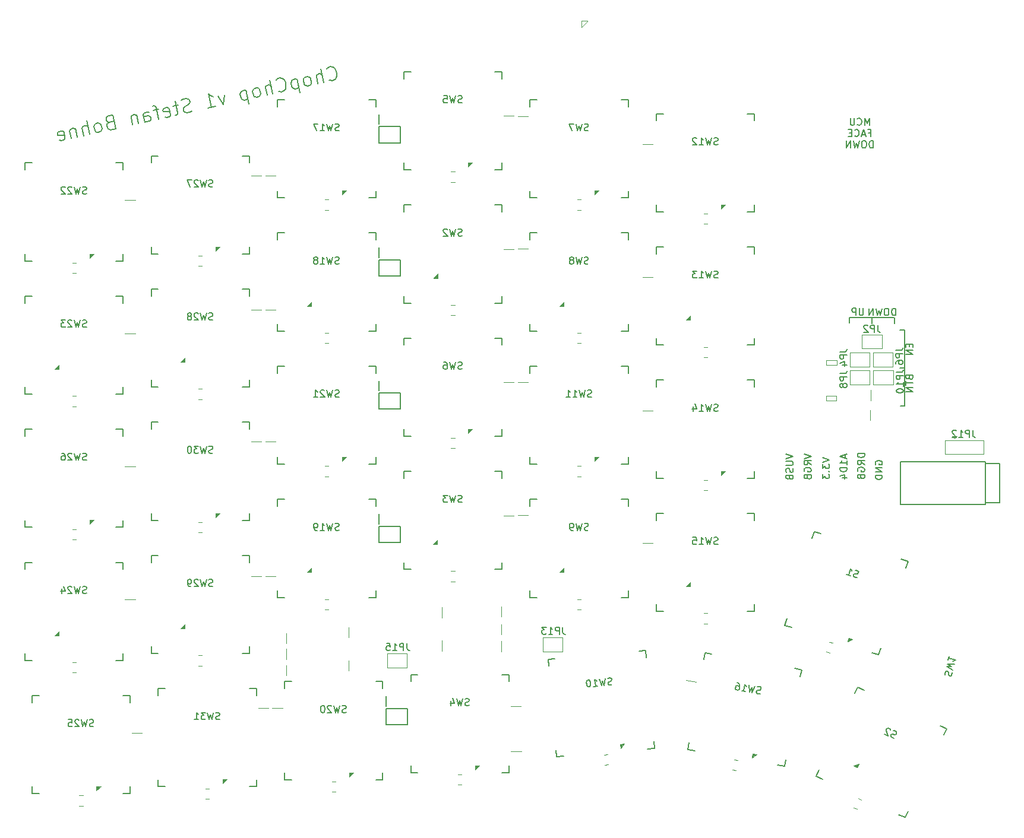
<source format=gbr>
%TF.GenerationSoftware,KiCad,Pcbnew,(6.0.0)*%
%TF.CreationDate,2022-05-14T17:53:23+09:00*%
%TF.ProjectId,brimstone2b,6272696d-7374-46f6-9e65-32622e6b6963,rev?*%
%TF.SameCoordinates,Original*%
%TF.FileFunction,Legend,Bot*%
%TF.FilePolarity,Positive*%
%FSLAX46Y46*%
G04 Gerber Fmt 4.6, Leading zero omitted, Abs format (unit mm)*
G04 Created by KiCad (PCBNEW (6.0.0)) date 2022-05-14 17:53:23*
%MOMM*%
%LPD*%
G01*
G04 APERTURE LIST*
%ADD10C,0.150000*%
%ADD11C,0.120000*%
%ADD12C,0.100000*%
%ADD13C,0.200000*%
G04 APERTURE END LIST*
D10*
X189050000Y-77747049D02*
X189050000Y-83147049D01*
X189060000Y-88557049D02*
X188470000Y-88557049D01*
X187590000Y-75967049D02*
X187590000Y-76827049D01*
X189060000Y-83157049D02*
X189060000Y-88557049D01*
X181200000Y-76757049D02*
X181200000Y-75957049D01*
X184390000Y-76767049D02*
X184390000Y-75967049D01*
X184400000Y-75957049D02*
X184400000Y-76817049D01*
X184390000Y-75967049D02*
X187570000Y-75967049D01*
X188400000Y-83157049D02*
X189060000Y-83157049D01*
X181200000Y-75957049D02*
X184380000Y-75957049D01*
X189050000Y-83147049D02*
X188460000Y-83147049D01*
X188390000Y-77747049D02*
X189050000Y-77747049D01*
X183165714Y-74659429D02*
X183165714Y-75468953D01*
X183118095Y-75564191D01*
X183070476Y-75611810D01*
X182975238Y-75659429D01*
X182784761Y-75659429D01*
X182689523Y-75611810D01*
X182641904Y-75564191D01*
X182594285Y-75468953D01*
X182594285Y-74659429D01*
X182118095Y-75659429D02*
X182118095Y-74659429D01*
X181737142Y-74659429D01*
X181641904Y-74707049D01*
X181594285Y-74754668D01*
X181546666Y-74849906D01*
X181546666Y-74992763D01*
X181594285Y-75088001D01*
X181641904Y-75135620D01*
X181737142Y-75183239D01*
X182118095Y-75183239D01*
X189728571Y-84523715D02*
X189776190Y-84666572D01*
X189823809Y-84714191D01*
X189919047Y-84761810D01*
X190061904Y-84761810D01*
X190157142Y-84714191D01*
X190204761Y-84666572D01*
X190252380Y-84571334D01*
X190252380Y-84190382D01*
X189252380Y-84190382D01*
X189252380Y-84523715D01*
X189300000Y-84618953D01*
X189347619Y-84666572D01*
X189442857Y-84714191D01*
X189538095Y-84714191D01*
X189633333Y-84666572D01*
X189680952Y-84618953D01*
X189728571Y-84523715D01*
X189728571Y-84190382D01*
X189252380Y-85047525D02*
X189252380Y-85618953D01*
X190252380Y-85333239D02*
X189252380Y-85333239D01*
X190252380Y-85952287D02*
X189252380Y-85952287D01*
X190252380Y-86523715D01*
X189252380Y-86523715D01*
X189728571Y-79768953D02*
X189728571Y-80102287D01*
X190252380Y-80245144D02*
X190252380Y-79768953D01*
X189252380Y-79768953D01*
X189252380Y-80245144D01*
X190252380Y-80673715D02*
X189252380Y-80673715D01*
X190252380Y-81245144D01*
X189252380Y-81245144D01*
X187770952Y-75679429D02*
X187770952Y-74679429D01*
X187532857Y-74679429D01*
X187390000Y-74727049D01*
X187294761Y-74822287D01*
X187247142Y-74917525D01*
X187199523Y-75108001D01*
X187199523Y-75250858D01*
X187247142Y-75441334D01*
X187294761Y-75536572D01*
X187390000Y-75631810D01*
X187532857Y-75679429D01*
X187770952Y-75679429D01*
X186580476Y-74679429D02*
X186390000Y-74679429D01*
X186294761Y-74727049D01*
X186199523Y-74822287D01*
X186151904Y-75012763D01*
X186151904Y-75346096D01*
X186199523Y-75536572D01*
X186294761Y-75631810D01*
X186390000Y-75679429D01*
X186580476Y-75679429D01*
X186675714Y-75631810D01*
X186770952Y-75536572D01*
X186818571Y-75346096D01*
X186818571Y-75012763D01*
X186770952Y-74822287D01*
X186675714Y-74727049D01*
X186580476Y-74679429D01*
X185818571Y-74679429D02*
X185580476Y-75679429D01*
X185390000Y-74965144D01*
X185199523Y-75679429D01*
X184961428Y-74679429D01*
X184580476Y-75679429D02*
X184580476Y-74679429D01*
X184009047Y-75679429D01*
X184009047Y-74679429D01*
X107063694Y-42071130D02*
X107177288Y-42143497D01*
X107476843Y-42174638D01*
X107662804Y-42133412D01*
X107921133Y-41978591D01*
X108065867Y-41751403D01*
X108117621Y-41544829D01*
X108128149Y-41152293D01*
X108066309Y-40873352D01*
X107890875Y-40522043D01*
X107756668Y-40356695D01*
X107529480Y-40211960D01*
X107229925Y-40180820D01*
X107043964Y-40222046D01*
X106785635Y-40376867D01*
X106713268Y-40490460D01*
X106268096Y-42442611D02*
X105835216Y-40490019D01*
X105431271Y-42628131D02*
X105204524Y-41605344D01*
X105256278Y-41398770D01*
X105421626Y-41264563D01*
X105700568Y-41202723D01*
X105907142Y-41254477D01*
X106020736Y-41326844D01*
X104222523Y-42896104D02*
X104387871Y-42761896D01*
X104460238Y-42648302D01*
X104511992Y-42441728D01*
X104388312Y-41883845D01*
X104254105Y-41718497D01*
X104140511Y-41646129D01*
X103933937Y-41594376D01*
X103654995Y-41656215D01*
X103489647Y-41790423D01*
X103417280Y-41904016D01*
X103365526Y-42110591D01*
X103489206Y-42668474D01*
X103623413Y-42833822D01*
X103737007Y-42906189D01*
X103943581Y-42957943D01*
X104222523Y-42896104D01*
X102446248Y-41924188D02*
X102879127Y-43876780D01*
X102466861Y-42017169D02*
X102260287Y-41965415D01*
X101888364Y-42047868D01*
X101723016Y-42182075D01*
X101650649Y-42295669D01*
X101598895Y-42502244D01*
X101722575Y-43060127D01*
X101856782Y-43225475D01*
X101970376Y-43297842D01*
X102176950Y-43349596D01*
X102548873Y-43267143D01*
X102714221Y-43132936D01*
X99811210Y-43678967D02*
X99924803Y-43751335D01*
X100224358Y-43782475D01*
X100410320Y-43741249D01*
X100668648Y-43586428D01*
X100813383Y-43359240D01*
X100865137Y-43152666D01*
X100875664Y-42760130D01*
X100813824Y-42481189D01*
X100638390Y-42129880D01*
X100504183Y-41964532D01*
X100276995Y-41819797D01*
X99977440Y-41788657D01*
X99791479Y-41829883D01*
X99533151Y-41984704D01*
X99460784Y-42098298D01*
X99015611Y-44050448D02*
X98582732Y-42097856D01*
X98178786Y-44235968D02*
X97952040Y-43213182D01*
X98003794Y-43006607D01*
X98169141Y-42872400D01*
X98448083Y-42810560D01*
X98654658Y-42862314D01*
X98768251Y-42934681D01*
X96970038Y-44503941D02*
X97135386Y-44369733D01*
X97207754Y-44256140D01*
X97259508Y-44049565D01*
X97135828Y-43491682D01*
X97001621Y-43326334D01*
X96888027Y-43253967D01*
X96681452Y-43202213D01*
X96402511Y-43264053D01*
X96237163Y-43398260D01*
X96164795Y-43511854D01*
X96113041Y-43718428D01*
X96236721Y-44276311D01*
X96370928Y-44441659D01*
X96484522Y-44514027D01*
X96691097Y-44565781D01*
X96970038Y-44503941D01*
X95193763Y-43532025D02*
X95626642Y-45484617D01*
X95214376Y-43625006D02*
X95007802Y-43573252D01*
X94635880Y-43655705D01*
X94470532Y-43789912D01*
X94398165Y-43903506D01*
X94346411Y-44110081D01*
X94470090Y-44667964D01*
X94604298Y-44833312D01*
X94717891Y-44905679D01*
X94924466Y-44957433D01*
X95296388Y-44874980D01*
X95461736Y-44740773D01*
X92125404Y-44212264D02*
X91949088Y-45617059D01*
X91195599Y-44418397D01*
X89717554Y-46111778D02*
X90833321Y-45864418D01*
X90275437Y-45988098D02*
X89842558Y-44035506D01*
X90090359Y-44273221D01*
X90317547Y-44417956D01*
X90524121Y-44469710D01*
X87465407Y-46513516D02*
X87207078Y-46668337D01*
X86742176Y-46771403D01*
X86535601Y-46719649D01*
X86422007Y-46647282D01*
X86287800Y-46481934D01*
X86246573Y-46295973D01*
X86298327Y-46089399D01*
X86370695Y-45975805D01*
X86536043Y-45841598D01*
X86887352Y-45666164D01*
X87052699Y-45531957D01*
X87125067Y-45418363D01*
X87176821Y-45211788D01*
X87135594Y-45025827D01*
X87001387Y-44860479D01*
X86887793Y-44788112D01*
X86681219Y-44736358D01*
X86216316Y-44839425D01*
X85957987Y-44994245D01*
X85523784Y-45675808D02*
X84779939Y-45840715D01*
X85100549Y-45086784D02*
X85471588Y-46760434D01*
X85419834Y-46967009D01*
X85254486Y-47101216D01*
X85068525Y-47142443D01*
X83653203Y-47358661D02*
X83859778Y-47410415D01*
X84231700Y-47327962D01*
X84397048Y-47193755D01*
X84448802Y-46987181D01*
X84283896Y-46243336D01*
X84149688Y-46077988D01*
X83943114Y-46026234D01*
X83571192Y-46108687D01*
X83405844Y-46242895D01*
X83354090Y-46449469D01*
X83395316Y-46635430D01*
X84366349Y-46615258D01*
X82734366Y-46294207D02*
X81990522Y-46459113D01*
X82744011Y-47657775D02*
X82372972Y-45984125D01*
X82238764Y-45818777D01*
X82032190Y-45767023D01*
X81846229Y-45808249D01*
X80791419Y-48090654D02*
X80564673Y-47067868D01*
X80616427Y-46861294D01*
X80781774Y-46727086D01*
X81153697Y-46644633D01*
X81360271Y-46696387D01*
X80770806Y-47997674D02*
X80977380Y-48049428D01*
X81442283Y-47946361D01*
X81607631Y-47812154D01*
X81659385Y-47605580D01*
X81618158Y-47419618D01*
X81483951Y-47254271D01*
X81277377Y-47202517D01*
X80812474Y-47305583D01*
X80605899Y-47253829D01*
X79573027Y-46995059D02*
X79861613Y-48296787D01*
X79614254Y-47181020D02*
X79500660Y-47108653D01*
X79294085Y-47056899D01*
X79015144Y-47118739D01*
X78849796Y-47252946D01*
X78798042Y-47459521D01*
X79024788Y-48482307D01*
X75729683Y-48139759D02*
X75471354Y-48294580D01*
X75398987Y-48408174D01*
X75347233Y-48614748D01*
X75409073Y-48893690D01*
X75543280Y-49059038D01*
X75656874Y-49131405D01*
X75863449Y-49183159D01*
X76607293Y-49018253D01*
X76174414Y-47065661D01*
X75523550Y-47209954D01*
X75358202Y-47344161D01*
X75285835Y-47457755D01*
X75234081Y-47664329D01*
X75275307Y-47850290D01*
X75409515Y-48015638D01*
X75523108Y-48088005D01*
X75729683Y-48139759D01*
X76380547Y-47995466D01*
X74375759Y-49512972D02*
X74541107Y-49378765D01*
X74613475Y-49265171D01*
X74665229Y-49058596D01*
X74541549Y-48500713D01*
X74407342Y-48335365D01*
X74293748Y-48262998D01*
X74087173Y-48211244D01*
X73808232Y-48273084D01*
X73642884Y-48407291D01*
X73570516Y-48520885D01*
X73518762Y-48727459D01*
X73642442Y-49285343D01*
X73776649Y-49450690D01*
X73890243Y-49523058D01*
X74096818Y-49574812D01*
X74375759Y-49512972D01*
X72888070Y-49842784D02*
X72455191Y-47890192D01*
X72051245Y-50028304D02*
X71824499Y-49005518D01*
X71876253Y-48798943D01*
X72041601Y-48664736D01*
X72320542Y-48602896D01*
X72527117Y-48654650D01*
X72640711Y-48727018D01*
X70832853Y-48932709D02*
X71121439Y-50234437D01*
X70874080Y-49118670D02*
X70760486Y-49046303D01*
X70553912Y-48994549D01*
X70274970Y-49056389D01*
X70109622Y-49190596D01*
X70057868Y-49397170D01*
X70284614Y-50419957D01*
X68590351Y-50698016D02*
X68796925Y-50749770D01*
X69168847Y-50667316D01*
X69334195Y-50533109D01*
X69385949Y-50326535D01*
X69221043Y-49582690D01*
X69086836Y-49417342D01*
X68880261Y-49365588D01*
X68508339Y-49448042D01*
X68342991Y-49582249D01*
X68291237Y-49788823D01*
X68332464Y-49974784D01*
X69303496Y-49954612D01*
X184037142Y-48549429D02*
X184037142Y-47549429D01*
X183703809Y-48263715D01*
X183370476Y-47549429D01*
X183370476Y-48549429D01*
X182322857Y-48454191D02*
X182370476Y-48501810D01*
X182513333Y-48549429D01*
X182608571Y-48549429D01*
X182751428Y-48501810D01*
X182846666Y-48406572D01*
X182894285Y-48311334D01*
X182941904Y-48120858D01*
X182941904Y-47978001D01*
X182894285Y-47787525D01*
X182846666Y-47692287D01*
X182751428Y-47597049D01*
X182608571Y-47549429D01*
X182513333Y-47549429D01*
X182370476Y-47597049D01*
X182322857Y-47644668D01*
X181894285Y-47549429D02*
X181894285Y-48358953D01*
X181846666Y-48454191D01*
X181799047Y-48501810D01*
X181703809Y-48549429D01*
X181513333Y-48549429D01*
X181418095Y-48501810D01*
X181370476Y-48454191D01*
X181322857Y-48358953D01*
X181322857Y-47549429D01*
X183918095Y-49635620D02*
X184251428Y-49635620D01*
X184251428Y-50159429D02*
X184251428Y-49159429D01*
X183775238Y-49159429D01*
X183441904Y-49873715D02*
X182965714Y-49873715D01*
X183537142Y-50159429D02*
X183203809Y-49159429D01*
X182870476Y-50159429D01*
X181965714Y-50064191D02*
X182013333Y-50111810D01*
X182156190Y-50159429D01*
X182251428Y-50159429D01*
X182394285Y-50111810D01*
X182489523Y-50016572D01*
X182537142Y-49921334D01*
X182584761Y-49730858D01*
X182584761Y-49588001D01*
X182537142Y-49397525D01*
X182489523Y-49302287D01*
X182394285Y-49207049D01*
X182251428Y-49159429D01*
X182156190Y-49159429D01*
X182013333Y-49207049D01*
X181965714Y-49254668D01*
X181537142Y-49635620D02*
X181203809Y-49635620D01*
X181060952Y-50159429D02*
X181537142Y-50159429D01*
X181537142Y-49159429D01*
X181060952Y-49159429D01*
X184560952Y-51769429D02*
X184560952Y-50769429D01*
X184322857Y-50769429D01*
X184180000Y-50817049D01*
X184084761Y-50912287D01*
X184037142Y-51007525D01*
X183989523Y-51198001D01*
X183989523Y-51340858D01*
X184037142Y-51531334D01*
X184084761Y-51626572D01*
X184180000Y-51721810D01*
X184322857Y-51769429D01*
X184560952Y-51769429D01*
X183370476Y-50769429D02*
X183180000Y-50769429D01*
X183084761Y-50817049D01*
X182989523Y-50912287D01*
X182941904Y-51102763D01*
X182941904Y-51436096D01*
X182989523Y-51626572D01*
X183084761Y-51721810D01*
X183180000Y-51769429D01*
X183370476Y-51769429D01*
X183465714Y-51721810D01*
X183560952Y-51626572D01*
X183608571Y-51436096D01*
X183608571Y-51102763D01*
X183560952Y-50912287D01*
X183465714Y-50817049D01*
X183370476Y-50769429D01*
X182608571Y-50769429D02*
X182370476Y-51769429D01*
X182180000Y-51055144D01*
X181989523Y-51769429D01*
X181751428Y-50769429D01*
X181370476Y-51769429D02*
X181370476Y-50769429D01*
X180799047Y-51769429D01*
X180799047Y-50769429D01*
%TO.C,SW8*%
X143973333Y-68291810D02*
X143830476Y-68339429D01*
X143592380Y-68339429D01*
X143497142Y-68291810D01*
X143449523Y-68244191D01*
X143401904Y-68148953D01*
X143401904Y-68053715D01*
X143449523Y-67958477D01*
X143497142Y-67910858D01*
X143592380Y-67863239D01*
X143782857Y-67815620D01*
X143878095Y-67768001D01*
X143925714Y-67720382D01*
X143973333Y-67625144D01*
X143973333Y-67529906D01*
X143925714Y-67434668D01*
X143878095Y-67387049D01*
X143782857Y-67339429D01*
X143544761Y-67339429D01*
X143401904Y-67387049D01*
X143068571Y-67339429D02*
X142830476Y-68339429D01*
X142640000Y-67625144D01*
X142449523Y-68339429D01*
X142211428Y-67339429D01*
X141687619Y-67768001D02*
X141782857Y-67720382D01*
X141830476Y-67672763D01*
X141878095Y-67577525D01*
X141878095Y-67529906D01*
X141830476Y-67434668D01*
X141782857Y-67387049D01*
X141687619Y-67339429D01*
X141497142Y-67339429D01*
X141401904Y-67387049D01*
X141354285Y-67434668D01*
X141306666Y-67529906D01*
X141306666Y-67577525D01*
X141354285Y-67672763D01*
X141401904Y-67720382D01*
X141497142Y-67768001D01*
X141687619Y-67768001D01*
X141782857Y-67815620D01*
X141830476Y-67863239D01*
X141878095Y-67958477D01*
X141878095Y-68148953D01*
X141830476Y-68244191D01*
X141782857Y-68291810D01*
X141687619Y-68339429D01*
X141497142Y-68339429D01*
X141401904Y-68291810D01*
X141354285Y-68244191D01*
X141306666Y-68148953D01*
X141306666Y-67958477D01*
X141354285Y-67863239D01*
X141401904Y-67815620D01*
X141497142Y-67768001D01*
%TO.C,SW31*%
X91449523Y-133291810D02*
X91306666Y-133339429D01*
X91068571Y-133339429D01*
X90973333Y-133291810D01*
X90925714Y-133244191D01*
X90878095Y-133148953D01*
X90878095Y-133053715D01*
X90925714Y-132958477D01*
X90973333Y-132910858D01*
X91068571Y-132863239D01*
X91259047Y-132815620D01*
X91354285Y-132768001D01*
X91401904Y-132720382D01*
X91449523Y-132625144D01*
X91449523Y-132529906D01*
X91401904Y-132434668D01*
X91354285Y-132387049D01*
X91259047Y-132339429D01*
X91020952Y-132339429D01*
X90878095Y-132387049D01*
X90544761Y-132339429D02*
X90306666Y-133339429D01*
X90116190Y-132625144D01*
X89925714Y-133339429D01*
X89687619Y-132339429D01*
X89401904Y-132339429D02*
X88782857Y-132339429D01*
X89116190Y-132720382D01*
X88973333Y-132720382D01*
X88878095Y-132768001D01*
X88830476Y-132815620D01*
X88782857Y-132910858D01*
X88782857Y-133148953D01*
X88830476Y-133244191D01*
X88878095Y-133291810D01*
X88973333Y-133339429D01*
X89259047Y-133339429D01*
X89354285Y-133291810D01*
X89401904Y-133244191D01*
X87830476Y-133339429D02*
X88401904Y-133339429D01*
X88116190Y-133339429D02*
X88116190Y-132339429D01*
X88211428Y-132482287D01*
X88306666Y-132577525D01*
X88401904Y-132625144D01*
%TO.C,SW17*%
X108449523Y-49291810D02*
X108306666Y-49339429D01*
X108068571Y-49339429D01*
X107973333Y-49291810D01*
X107925714Y-49244191D01*
X107878095Y-49148953D01*
X107878095Y-49053715D01*
X107925714Y-48958477D01*
X107973333Y-48910858D01*
X108068571Y-48863239D01*
X108259047Y-48815620D01*
X108354285Y-48768001D01*
X108401904Y-48720382D01*
X108449523Y-48625144D01*
X108449523Y-48529906D01*
X108401904Y-48434668D01*
X108354285Y-48387049D01*
X108259047Y-48339429D01*
X108020952Y-48339429D01*
X107878095Y-48387049D01*
X107544761Y-48339429D02*
X107306666Y-49339429D01*
X107116190Y-48625144D01*
X106925714Y-49339429D01*
X106687619Y-48339429D01*
X105782857Y-49339429D02*
X106354285Y-49339429D01*
X106068571Y-49339429D02*
X106068571Y-48339429D01*
X106163809Y-48482287D01*
X106259047Y-48577525D01*
X106354285Y-48625144D01*
X105449523Y-48339429D02*
X104782857Y-48339429D01*
X105211428Y-49339429D01*
%TO.C,SW9*%
X143973333Y-106291810D02*
X143830476Y-106339429D01*
X143592380Y-106339429D01*
X143497142Y-106291810D01*
X143449523Y-106244191D01*
X143401904Y-106148953D01*
X143401904Y-106053715D01*
X143449523Y-105958477D01*
X143497142Y-105910858D01*
X143592380Y-105863239D01*
X143782857Y-105815620D01*
X143878095Y-105768001D01*
X143925714Y-105720382D01*
X143973333Y-105625144D01*
X143973333Y-105529906D01*
X143925714Y-105434668D01*
X143878095Y-105387049D01*
X143782857Y-105339429D01*
X143544761Y-105339429D01*
X143401904Y-105387049D01*
X143068571Y-105339429D02*
X142830476Y-106339429D01*
X142640000Y-105625144D01*
X142449523Y-106339429D01*
X142211428Y-105339429D01*
X141782857Y-106339429D02*
X141592380Y-106339429D01*
X141497142Y-106291810D01*
X141449523Y-106244191D01*
X141354285Y-106101334D01*
X141306666Y-105910858D01*
X141306666Y-105529906D01*
X141354285Y-105434668D01*
X141401904Y-105387049D01*
X141497142Y-105339429D01*
X141687619Y-105339429D01*
X141782857Y-105387049D01*
X141830476Y-105434668D01*
X141878095Y-105529906D01*
X141878095Y-105768001D01*
X141830476Y-105863239D01*
X141782857Y-105910858D01*
X141687619Y-105958477D01*
X141497142Y-105958477D01*
X141401904Y-105910858D01*
X141354285Y-105863239D01*
X141306666Y-105768001D01*
%TO.C,SW18*%
X108449523Y-68291810D02*
X108306666Y-68339429D01*
X108068571Y-68339429D01*
X107973333Y-68291810D01*
X107925714Y-68244191D01*
X107878095Y-68148953D01*
X107878095Y-68053715D01*
X107925714Y-67958477D01*
X107973333Y-67910858D01*
X108068571Y-67863239D01*
X108259047Y-67815620D01*
X108354285Y-67768001D01*
X108401904Y-67720382D01*
X108449523Y-67625144D01*
X108449523Y-67529906D01*
X108401904Y-67434668D01*
X108354285Y-67387049D01*
X108259047Y-67339429D01*
X108020952Y-67339429D01*
X107878095Y-67387049D01*
X107544761Y-67339429D02*
X107306666Y-68339429D01*
X107116190Y-67625144D01*
X106925714Y-68339429D01*
X106687619Y-67339429D01*
X105782857Y-68339429D02*
X106354285Y-68339429D01*
X106068571Y-68339429D02*
X106068571Y-67339429D01*
X106163809Y-67482287D01*
X106259047Y-67577525D01*
X106354285Y-67625144D01*
X105211428Y-67768001D02*
X105306666Y-67720382D01*
X105354285Y-67672763D01*
X105401904Y-67577525D01*
X105401904Y-67529906D01*
X105354285Y-67434668D01*
X105306666Y-67387049D01*
X105211428Y-67339429D01*
X105020952Y-67339429D01*
X104925714Y-67387049D01*
X104878095Y-67434668D01*
X104830476Y-67529906D01*
X104830476Y-67577525D01*
X104878095Y-67672763D01*
X104925714Y-67720382D01*
X105020952Y-67768001D01*
X105211428Y-67768001D01*
X105306666Y-67815620D01*
X105354285Y-67863239D01*
X105401904Y-67958477D01*
X105401904Y-68148953D01*
X105354285Y-68244191D01*
X105306666Y-68291810D01*
X105211428Y-68339429D01*
X105020952Y-68339429D01*
X104925714Y-68291810D01*
X104878095Y-68244191D01*
X104830476Y-68148953D01*
X104830476Y-67958477D01*
X104878095Y-67863239D01*
X104925714Y-67815620D01*
X105020952Y-67768001D01*
%TO.C,SW23*%
X72449523Y-77291810D02*
X72306666Y-77339429D01*
X72068571Y-77339429D01*
X71973333Y-77291810D01*
X71925714Y-77244191D01*
X71878095Y-77148953D01*
X71878095Y-77053715D01*
X71925714Y-76958477D01*
X71973333Y-76910858D01*
X72068571Y-76863239D01*
X72259047Y-76815620D01*
X72354285Y-76768001D01*
X72401904Y-76720382D01*
X72449523Y-76625144D01*
X72449523Y-76529906D01*
X72401904Y-76434668D01*
X72354285Y-76387049D01*
X72259047Y-76339429D01*
X72020952Y-76339429D01*
X71878095Y-76387049D01*
X71544761Y-76339429D02*
X71306666Y-77339429D01*
X71116190Y-76625144D01*
X70925714Y-77339429D01*
X70687619Y-76339429D01*
X70354285Y-76434668D02*
X70306666Y-76387049D01*
X70211428Y-76339429D01*
X69973333Y-76339429D01*
X69878095Y-76387049D01*
X69830476Y-76434668D01*
X69782857Y-76529906D01*
X69782857Y-76625144D01*
X69830476Y-76768001D01*
X70401904Y-77339429D01*
X69782857Y-77339429D01*
X69449523Y-76339429D02*
X68830476Y-76339429D01*
X69163809Y-76720382D01*
X69020952Y-76720382D01*
X68925714Y-76768001D01*
X68878095Y-76815620D01*
X68830476Y-76910858D01*
X68830476Y-77148953D01*
X68878095Y-77244191D01*
X68925714Y-77291810D01*
X69020952Y-77339429D01*
X69306666Y-77339429D01*
X69401904Y-77291810D01*
X69449523Y-77244191D01*
%TO.C,SW15*%
X162449523Y-108291810D02*
X162306666Y-108339429D01*
X162068571Y-108339429D01*
X161973333Y-108291810D01*
X161925714Y-108244191D01*
X161878095Y-108148953D01*
X161878095Y-108053715D01*
X161925714Y-107958477D01*
X161973333Y-107910858D01*
X162068571Y-107863239D01*
X162259047Y-107815620D01*
X162354285Y-107768001D01*
X162401904Y-107720382D01*
X162449523Y-107625144D01*
X162449523Y-107529906D01*
X162401904Y-107434668D01*
X162354285Y-107387049D01*
X162259047Y-107339429D01*
X162020952Y-107339429D01*
X161878095Y-107387049D01*
X161544761Y-107339429D02*
X161306666Y-108339429D01*
X161116190Y-107625144D01*
X160925714Y-108339429D01*
X160687619Y-107339429D01*
X159782857Y-108339429D02*
X160354285Y-108339429D01*
X160068571Y-108339429D02*
X160068571Y-107339429D01*
X160163809Y-107482287D01*
X160259047Y-107577525D01*
X160354285Y-107625144D01*
X158878095Y-107339429D02*
X159354285Y-107339429D01*
X159401904Y-107815620D01*
X159354285Y-107768001D01*
X159259047Y-107720382D01*
X159020952Y-107720382D01*
X158925714Y-107768001D01*
X158878095Y-107815620D01*
X158830476Y-107910858D01*
X158830476Y-108148953D01*
X158878095Y-108244191D01*
X158925714Y-108291810D01*
X159020952Y-108339429D01*
X159259047Y-108339429D01*
X159354285Y-108291810D01*
X159401904Y-108244191D01*
%TO.C,SW16*%
X168476619Y-129640553D02*
X168327664Y-129662641D01*
X168093186Y-129621297D01*
X168007663Y-129557863D01*
X167969037Y-129502698D01*
X167938679Y-129400638D01*
X167955217Y-129306847D01*
X168018650Y-129221325D01*
X168073815Y-129182698D01*
X168175875Y-129152341D01*
X168371727Y-129138521D01*
X168473787Y-129108163D01*
X168528951Y-129069536D01*
X168592385Y-128984014D01*
X168608923Y-128890223D01*
X168578565Y-128788163D01*
X168539938Y-128732998D01*
X168454416Y-128669565D01*
X168219938Y-128628220D01*
X168070982Y-128650309D01*
X167750982Y-128545530D02*
X167342856Y-129488993D01*
X167279308Y-128752483D01*
X166967691Y-129422842D01*
X166906861Y-128396689D01*
X165842196Y-129224386D02*
X166404944Y-129323614D01*
X166123570Y-129274000D02*
X166297218Y-128289192D01*
X166366203Y-128446417D01*
X166443456Y-128556746D01*
X166528978Y-128620180D01*
X165171724Y-128090737D02*
X165359306Y-128123813D01*
X165444828Y-128187247D01*
X165483455Y-128242411D01*
X165552439Y-128399636D01*
X165566259Y-128595487D01*
X165500107Y-128970652D01*
X165436674Y-129056175D01*
X165381509Y-129094801D01*
X165279449Y-129125159D01*
X165091867Y-129092083D01*
X165006344Y-129028650D01*
X164967718Y-128973485D01*
X164937360Y-128871425D01*
X164978705Y-128636947D01*
X165042138Y-128551425D01*
X165097303Y-128512798D01*
X165199363Y-128482440D01*
X165386946Y-128515516D01*
X165472468Y-128578950D01*
X165511095Y-128634114D01*
X165541452Y-128736174D01*
%TO.C,SW7*%
X143973333Y-49291810D02*
X143830476Y-49339429D01*
X143592380Y-49339429D01*
X143497142Y-49291810D01*
X143449523Y-49244191D01*
X143401904Y-49148953D01*
X143401904Y-49053715D01*
X143449523Y-48958477D01*
X143497142Y-48910858D01*
X143592380Y-48863239D01*
X143782857Y-48815620D01*
X143878095Y-48768001D01*
X143925714Y-48720382D01*
X143973333Y-48625144D01*
X143973333Y-48529906D01*
X143925714Y-48434668D01*
X143878095Y-48387049D01*
X143782857Y-48339429D01*
X143544761Y-48339429D01*
X143401904Y-48387049D01*
X143068571Y-48339429D02*
X142830476Y-49339429D01*
X142640000Y-48625144D01*
X142449523Y-49339429D01*
X142211428Y-48339429D01*
X141925714Y-48339429D02*
X141259047Y-48339429D01*
X141687619Y-49339429D01*
%TO.C,SW2*%
X125973333Y-64291810D02*
X125830476Y-64339429D01*
X125592380Y-64339429D01*
X125497142Y-64291810D01*
X125449523Y-64244191D01*
X125401904Y-64148953D01*
X125401904Y-64053715D01*
X125449523Y-63958477D01*
X125497142Y-63910858D01*
X125592380Y-63863239D01*
X125782857Y-63815620D01*
X125878095Y-63768001D01*
X125925714Y-63720382D01*
X125973333Y-63625144D01*
X125973333Y-63529906D01*
X125925714Y-63434668D01*
X125878095Y-63387049D01*
X125782857Y-63339429D01*
X125544761Y-63339429D01*
X125401904Y-63387049D01*
X125068571Y-63339429D02*
X124830476Y-64339429D01*
X124640000Y-63625144D01*
X124449523Y-64339429D01*
X124211428Y-63339429D01*
X123878095Y-63434668D02*
X123830476Y-63387049D01*
X123735238Y-63339429D01*
X123497142Y-63339429D01*
X123401904Y-63387049D01*
X123354285Y-63434668D01*
X123306666Y-63529906D01*
X123306666Y-63625144D01*
X123354285Y-63768001D01*
X123925714Y-64339429D01*
X123306666Y-64339429D01*
%TO.C,SW27*%
X90449523Y-57291810D02*
X90306666Y-57339429D01*
X90068571Y-57339429D01*
X89973333Y-57291810D01*
X89925714Y-57244191D01*
X89878095Y-57148953D01*
X89878095Y-57053715D01*
X89925714Y-56958477D01*
X89973333Y-56910858D01*
X90068571Y-56863239D01*
X90259047Y-56815620D01*
X90354285Y-56768001D01*
X90401904Y-56720382D01*
X90449523Y-56625144D01*
X90449523Y-56529906D01*
X90401904Y-56434668D01*
X90354285Y-56387049D01*
X90259047Y-56339429D01*
X90020952Y-56339429D01*
X89878095Y-56387049D01*
X89544761Y-56339429D02*
X89306666Y-57339429D01*
X89116190Y-56625144D01*
X88925714Y-57339429D01*
X88687619Y-56339429D01*
X88354285Y-56434668D02*
X88306666Y-56387049D01*
X88211428Y-56339429D01*
X87973333Y-56339429D01*
X87878095Y-56387049D01*
X87830476Y-56434668D01*
X87782857Y-56529906D01*
X87782857Y-56625144D01*
X87830476Y-56768001D01*
X88401904Y-57339429D01*
X87782857Y-57339429D01*
X87449523Y-56339429D02*
X86782857Y-56339429D01*
X87211428Y-57339429D01*
%TO.C,SW30*%
X90449523Y-95291810D02*
X90306666Y-95339429D01*
X90068571Y-95339429D01*
X89973333Y-95291810D01*
X89925714Y-95244191D01*
X89878095Y-95148953D01*
X89878095Y-95053715D01*
X89925714Y-94958477D01*
X89973333Y-94910858D01*
X90068571Y-94863239D01*
X90259047Y-94815620D01*
X90354285Y-94768001D01*
X90401904Y-94720382D01*
X90449523Y-94625144D01*
X90449523Y-94529906D01*
X90401904Y-94434668D01*
X90354285Y-94387049D01*
X90259047Y-94339429D01*
X90020952Y-94339429D01*
X89878095Y-94387049D01*
X89544761Y-94339429D02*
X89306666Y-95339429D01*
X89116190Y-94625144D01*
X88925714Y-95339429D01*
X88687619Y-94339429D01*
X88401904Y-94339429D02*
X87782857Y-94339429D01*
X88116190Y-94720382D01*
X87973333Y-94720382D01*
X87878095Y-94768001D01*
X87830476Y-94815620D01*
X87782857Y-94910858D01*
X87782857Y-95148953D01*
X87830476Y-95244191D01*
X87878095Y-95291810D01*
X87973333Y-95339429D01*
X88259047Y-95339429D01*
X88354285Y-95291810D01*
X88401904Y-95244191D01*
X87163809Y-94339429D02*
X87068571Y-94339429D01*
X86973333Y-94387049D01*
X86925714Y-94434668D01*
X86878095Y-94529906D01*
X86830476Y-94720382D01*
X86830476Y-94958477D01*
X86878095Y-95148953D01*
X86925714Y-95244191D01*
X86973333Y-95291810D01*
X87068571Y-95339429D01*
X87163809Y-95339429D01*
X87259047Y-95291810D01*
X87306666Y-95244191D01*
X87354285Y-95148953D01*
X87401904Y-94958477D01*
X87401904Y-94720382D01*
X87354285Y-94529906D01*
X87306666Y-94434668D01*
X87259047Y-94387049D01*
X87163809Y-94339429D01*
%TO.C,SW11*%
X144449523Y-87291810D02*
X144306666Y-87339429D01*
X144068571Y-87339429D01*
X143973333Y-87291810D01*
X143925714Y-87244191D01*
X143878095Y-87148953D01*
X143878095Y-87053715D01*
X143925714Y-86958477D01*
X143973333Y-86910858D01*
X144068571Y-86863239D01*
X144259047Y-86815620D01*
X144354285Y-86768001D01*
X144401904Y-86720382D01*
X144449523Y-86625144D01*
X144449523Y-86529906D01*
X144401904Y-86434668D01*
X144354285Y-86387049D01*
X144259047Y-86339429D01*
X144020952Y-86339429D01*
X143878095Y-86387049D01*
X143544761Y-86339429D02*
X143306666Y-87339429D01*
X143116190Y-86625144D01*
X142925714Y-87339429D01*
X142687619Y-86339429D01*
X141782857Y-87339429D02*
X142354285Y-87339429D01*
X142068571Y-87339429D02*
X142068571Y-86339429D01*
X142163809Y-86482287D01*
X142259047Y-86577525D01*
X142354285Y-86625144D01*
X140830476Y-87339429D02*
X141401904Y-87339429D01*
X141116190Y-87339429D02*
X141116190Y-86339429D01*
X141211428Y-86482287D01*
X141306666Y-86577525D01*
X141401904Y-86625144D01*
%TO.C,SW12*%
X162449523Y-51291810D02*
X162306666Y-51339429D01*
X162068571Y-51339429D01*
X161973333Y-51291810D01*
X161925714Y-51244191D01*
X161878095Y-51148953D01*
X161878095Y-51053715D01*
X161925714Y-50958477D01*
X161973333Y-50910858D01*
X162068571Y-50863239D01*
X162259047Y-50815620D01*
X162354285Y-50768001D01*
X162401904Y-50720382D01*
X162449523Y-50625144D01*
X162449523Y-50529906D01*
X162401904Y-50434668D01*
X162354285Y-50387049D01*
X162259047Y-50339429D01*
X162020952Y-50339429D01*
X161878095Y-50387049D01*
X161544761Y-50339429D02*
X161306666Y-51339429D01*
X161116190Y-50625144D01*
X160925714Y-51339429D01*
X160687619Y-50339429D01*
X159782857Y-51339429D02*
X160354285Y-51339429D01*
X160068571Y-51339429D02*
X160068571Y-50339429D01*
X160163809Y-50482287D01*
X160259047Y-50577525D01*
X160354285Y-50625144D01*
X159401904Y-50434668D02*
X159354285Y-50387049D01*
X159259047Y-50339429D01*
X159020952Y-50339429D01*
X158925714Y-50387049D01*
X158878095Y-50434668D01*
X158830476Y-50529906D01*
X158830476Y-50625144D01*
X158878095Y-50768001D01*
X159449523Y-51339429D01*
X158830476Y-51339429D01*
%TO.C,SW24*%
X72449523Y-115291810D02*
X72306666Y-115339429D01*
X72068571Y-115339429D01*
X71973333Y-115291810D01*
X71925714Y-115244191D01*
X71878095Y-115148953D01*
X71878095Y-115053715D01*
X71925714Y-114958477D01*
X71973333Y-114910858D01*
X72068571Y-114863239D01*
X72259047Y-114815620D01*
X72354285Y-114768001D01*
X72401904Y-114720382D01*
X72449523Y-114625144D01*
X72449523Y-114529906D01*
X72401904Y-114434668D01*
X72354285Y-114387049D01*
X72259047Y-114339429D01*
X72020952Y-114339429D01*
X71878095Y-114387049D01*
X71544761Y-114339429D02*
X71306666Y-115339429D01*
X71116190Y-114625144D01*
X70925714Y-115339429D01*
X70687619Y-114339429D01*
X70354285Y-114434668D02*
X70306666Y-114387049D01*
X70211428Y-114339429D01*
X69973333Y-114339429D01*
X69878095Y-114387049D01*
X69830476Y-114434668D01*
X69782857Y-114529906D01*
X69782857Y-114625144D01*
X69830476Y-114768001D01*
X70401904Y-115339429D01*
X69782857Y-115339429D01*
X68925714Y-114672763D02*
X68925714Y-115339429D01*
X69163809Y-114291810D02*
X69401904Y-115006096D01*
X68782857Y-115006096D01*
%TO.C,SW6*%
X125973333Y-83291810D02*
X125830476Y-83339429D01*
X125592380Y-83339429D01*
X125497142Y-83291810D01*
X125449523Y-83244191D01*
X125401904Y-83148953D01*
X125401904Y-83053715D01*
X125449523Y-82958477D01*
X125497142Y-82910858D01*
X125592380Y-82863239D01*
X125782857Y-82815620D01*
X125878095Y-82768001D01*
X125925714Y-82720382D01*
X125973333Y-82625144D01*
X125973333Y-82529906D01*
X125925714Y-82434668D01*
X125878095Y-82387049D01*
X125782857Y-82339429D01*
X125544761Y-82339429D01*
X125401904Y-82387049D01*
X125068571Y-82339429D02*
X124830476Y-83339429D01*
X124640000Y-82625144D01*
X124449523Y-83339429D01*
X124211428Y-82339429D01*
X123401904Y-82339429D02*
X123592380Y-82339429D01*
X123687619Y-82387049D01*
X123735238Y-82434668D01*
X123830476Y-82577525D01*
X123878095Y-82768001D01*
X123878095Y-83148953D01*
X123830476Y-83244191D01*
X123782857Y-83291810D01*
X123687619Y-83339429D01*
X123497142Y-83339429D01*
X123401904Y-83291810D01*
X123354285Y-83244191D01*
X123306666Y-83148953D01*
X123306666Y-82910858D01*
X123354285Y-82815620D01*
X123401904Y-82768001D01*
X123497142Y-82720382D01*
X123687619Y-82720382D01*
X123782857Y-82768001D01*
X123830476Y-82815620D01*
X123878095Y-82910858D01*
%TO.C,SW26*%
X72449523Y-96291810D02*
X72306666Y-96339429D01*
X72068571Y-96339429D01*
X71973333Y-96291810D01*
X71925714Y-96244191D01*
X71878095Y-96148953D01*
X71878095Y-96053715D01*
X71925714Y-95958477D01*
X71973333Y-95910858D01*
X72068571Y-95863239D01*
X72259047Y-95815620D01*
X72354285Y-95768001D01*
X72401904Y-95720382D01*
X72449523Y-95625144D01*
X72449523Y-95529906D01*
X72401904Y-95434668D01*
X72354285Y-95387049D01*
X72259047Y-95339429D01*
X72020952Y-95339429D01*
X71878095Y-95387049D01*
X71544761Y-95339429D02*
X71306666Y-96339429D01*
X71116190Y-95625144D01*
X70925714Y-96339429D01*
X70687619Y-95339429D01*
X70354285Y-95434668D02*
X70306666Y-95387049D01*
X70211428Y-95339429D01*
X69973333Y-95339429D01*
X69878095Y-95387049D01*
X69830476Y-95434668D01*
X69782857Y-95529906D01*
X69782857Y-95625144D01*
X69830476Y-95768001D01*
X70401904Y-96339429D01*
X69782857Y-96339429D01*
X68925714Y-95339429D02*
X69116190Y-95339429D01*
X69211428Y-95387049D01*
X69259047Y-95434668D01*
X69354285Y-95577525D01*
X69401904Y-95768001D01*
X69401904Y-96148953D01*
X69354285Y-96244191D01*
X69306666Y-96291810D01*
X69211428Y-96339429D01*
X69020952Y-96339429D01*
X68925714Y-96291810D01*
X68878095Y-96244191D01*
X68830476Y-96148953D01*
X68830476Y-95910858D01*
X68878095Y-95815620D01*
X68925714Y-95768001D01*
X69020952Y-95720382D01*
X69211428Y-95720382D01*
X69306666Y-95768001D01*
X69354285Y-95815620D01*
X69401904Y-95910858D01*
%TO.C,SW5*%
X125973333Y-45291810D02*
X125830476Y-45339429D01*
X125592380Y-45339429D01*
X125497142Y-45291810D01*
X125449523Y-45244191D01*
X125401904Y-45148953D01*
X125401904Y-45053715D01*
X125449523Y-44958477D01*
X125497142Y-44910858D01*
X125592380Y-44863239D01*
X125782857Y-44815620D01*
X125878095Y-44768001D01*
X125925714Y-44720382D01*
X125973333Y-44625144D01*
X125973333Y-44529906D01*
X125925714Y-44434668D01*
X125878095Y-44387049D01*
X125782857Y-44339429D01*
X125544761Y-44339429D01*
X125401904Y-44387049D01*
X125068571Y-44339429D02*
X124830476Y-45339429D01*
X124640000Y-44625144D01*
X124449523Y-45339429D01*
X124211428Y-44339429D01*
X123354285Y-44339429D02*
X123830476Y-44339429D01*
X123878095Y-44815620D01*
X123830476Y-44768001D01*
X123735238Y-44720382D01*
X123497142Y-44720382D01*
X123401904Y-44768001D01*
X123354285Y-44815620D01*
X123306666Y-44910858D01*
X123306666Y-45148953D01*
X123354285Y-45244191D01*
X123401904Y-45291810D01*
X123497142Y-45339429D01*
X123735238Y-45339429D01*
X123830476Y-45291810D01*
X123878095Y-45244191D01*
%TO.C,S2*%
X187557315Y-135976959D02*
X187407718Y-135959743D01*
X187191930Y-135859119D01*
X187125740Y-135775712D01*
X187102707Y-135712430D01*
X187099799Y-135605991D01*
X187140048Y-135519676D01*
X187223455Y-135453485D01*
X187286737Y-135430452D01*
X187393177Y-135427544D01*
X187585932Y-135464885D01*
X187692371Y-135461977D01*
X187755654Y-135438944D01*
X187839060Y-135372754D01*
X187879310Y-135286439D01*
X187876402Y-135179999D01*
X187853369Y-135116717D01*
X187787178Y-135033310D01*
X187571391Y-134932687D01*
X187421794Y-134915470D01*
X187056409Y-134797630D02*
X187033376Y-134734348D01*
X186967186Y-134650941D01*
X186751398Y-134550318D01*
X186644958Y-134553226D01*
X186581676Y-134576259D01*
X186498269Y-134642449D01*
X186458020Y-134728764D01*
X186440803Y-134878362D01*
X186717198Y-135637748D01*
X186156150Y-135376127D01*
%TO.C,SW29*%
X90449523Y-114291810D02*
X90306666Y-114339429D01*
X90068571Y-114339429D01*
X89973333Y-114291810D01*
X89925714Y-114244191D01*
X89878095Y-114148953D01*
X89878095Y-114053715D01*
X89925714Y-113958477D01*
X89973333Y-113910858D01*
X90068571Y-113863239D01*
X90259047Y-113815620D01*
X90354285Y-113768001D01*
X90401904Y-113720382D01*
X90449523Y-113625144D01*
X90449523Y-113529906D01*
X90401904Y-113434668D01*
X90354285Y-113387049D01*
X90259047Y-113339429D01*
X90020952Y-113339429D01*
X89878095Y-113387049D01*
X89544761Y-113339429D02*
X89306666Y-114339429D01*
X89116190Y-113625144D01*
X88925714Y-114339429D01*
X88687619Y-113339429D01*
X88354285Y-113434668D02*
X88306666Y-113387049D01*
X88211428Y-113339429D01*
X87973333Y-113339429D01*
X87878095Y-113387049D01*
X87830476Y-113434668D01*
X87782857Y-113529906D01*
X87782857Y-113625144D01*
X87830476Y-113768001D01*
X88401904Y-114339429D01*
X87782857Y-114339429D01*
X87306666Y-114339429D02*
X87116190Y-114339429D01*
X87020952Y-114291810D01*
X86973333Y-114244191D01*
X86878095Y-114101334D01*
X86830476Y-113910858D01*
X86830476Y-113529906D01*
X86878095Y-113434668D01*
X86925714Y-113387049D01*
X87020952Y-113339429D01*
X87211428Y-113339429D01*
X87306666Y-113387049D01*
X87354285Y-113434668D01*
X87401904Y-113529906D01*
X87401904Y-113768001D01*
X87354285Y-113863239D01*
X87306666Y-113910858D01*
X87211428Y-113958477D01*
X87020952Y-113958477D01*
X86925714Y-113910858D01*
X86878095Y-113863239D01*
X86830476Y-113768001D01*
%TO.C,SW19*%
X108449523Y-106291810D02*
X108306666Y-106339429D01*
X108068571Y-106339429D01*
X107973333Y-106291810D01*
X107925714Y-106244191D01*
X107878095Y-106148953D01*
X107878095Y-106053715D01*
X107925714Y-105958477D01*
X107973333Y-105910858D01*
X108068571Y-105863239D01*
X108259047Y-105815620D01*
X108354285Y-105768001D01*
X108401904Y-105720382D01*
X108449523Y-105625144D01*
X108449523Y-105529906D01*
X108401904Y-105434668D01*
X108354285Y-105387049D01*
X108259047Y-105339429D01*
X108020952Y-105339429D01*
X107878095Y-105387049D01*
X107544761Y-105339429D02*
X107306666Y-106339429D01*
X107116190Y-105625144D01*
X106925714Y-106339429D01*
X106687619Y-105339429D01*
X105782857Y-106339429D02*
X106354285Y-106339429D01*
X106068571Y-106339429D02*
X106068571Y-105339429D01*
X106163809Y-105482287D01*
X106259047Y-105577525D01*
X106354285Y-105625144D01*
X105306666Y-106339429D02*
X105116190Y-106339429D01*
X105020952Y-106291810D01*
X104973333Y-106244191D01*
X104878095Y-106101334D01*
X104830476Y-105910858D01*
X104830476Y-105529906D01*
X104878095Y-105434668D01*
X104925714Y-105387049D01*
X105020952Y-105339429D01*
X105211428Y-105339429D01*
X105306666Y-105387049D01*
X105354285Y-105434668D01*
X105401904Y-105529906D01*
X105401904Y-105768001D01*
X105354285Y-105863239D01*
X105306666Y-105910858D01*
X105211428Y-105958477D01*
X105020952Y-105958477D01*
X104925714Y-105910858D01*
X104878095Y-105863239D01*
X104830476Y-105768001D01*
%TO.C,SW21*%
X108449523Y-87291810D02*
X108306666Y-87339429D01*
X108068571Y-87339429D01*
X107973333Y-87291810D01*
X107925714Y-87244191D01*
X107878095Y-87148953D01*
X107878095Y-87053715D01*
X107925714Y-86958477D01*
X107973333Y-86910858D01*
X108068571Y-86863239D01*
X108259047Y-86815620D01*
X108354285Y-86768001D01*
X108401904Y-86720382D01*
X108449523Y-86625144D01*
X108449523Y-86529906D01*
X108401904Y-86434668D01*
X108354285Y-86387049D01*
X108259047Y-86339429D01*
X108020952Y-86339429D01*
X107878095Y-86387049D01*
X107544761Y-86339429D02*
X107306666Y-87339429D01*
X107116190Y-86625144D01*
X106925714Y-87339429D01*
X106687619Y-86339429D01*
X106354285Y-86434668D02*
X106306666Y-86387049D01*
X106211428Y-86339429D01*
X105973333Y-86339429D01*
X105878095Y-86387049D01*
X105830476Y-86434668D01*
X105782857Y-86529906D01*
X105782857Y-86625144D01*
X105830476Y-86768001D01*
X106401904Y-87339429D01*
X105782857Y-87339429D01*
X104830476Y-87339429D02*
X105401904Y-87339429D01*
X105116190Y-87339429D02*
X105116190Y-86339429D01*
X105211428Y-86482287D01*
X105306666Y-86577525D01*
X105401904Y-86625144D01*
%TO.C,SW28*%
X90449523Y-76291810D02*
X90306666Y-76339429D01*
X90068571Y-76339429D01*
X89973333Y-76291810D01*
X89925714Y-76244191D01*
X89878095Y-76148953D01*
X89878095Y-76053715D01*
X89925714Y-75958477D01*
X89973333Y-75910858D01*
X90068571Y-75863239D01*
X90259047Y-75815620D01*
X90354285Y-75768001D01*
X90401904Y-75720382D01*
X90449523Y-75625144D01*
X90449523Y-75529906D01*
X90401904Y-75434668D01*
X90354285Y-75387049D01*
X90259047Y-75339429D01*
X90020952Y-75339429D01*
X89878095Y-75387049D01*
X89544761Y-75339429D02*
X89306666Y-76339429D01*
X89116190Y-75625144D01*
X88925714Y-76339429D01*
X88687619Y-75339429D01*
X88354285Y-75434668D02*
X88306666Y-75387049D01*
X88211428Y-75339429D01*
X87973333Y-75339429D01*
X87878095Y-75387049D01*
X87830476Y-75434668D01*
X87782857Y-75529906D01*
X87782857Y-75625144D01*
X87830476Y-75768001D01*
X88401904Y-76339429D01*
X87782857Y-76339429D01*
X87211428Y-75768001D02*
X87306666Y-75720382D01*
X87354285Y-75672763D01*
X87401904Y-75577525D01*
X87401904Y-75529906D01*
X87354285Y-75434668D01*
X87306666Y-75387049D01*
X87211428Y-75339429D01*
X87020952Y-75339429D01*
X86925714Y-75387049D01*
X86878095Y-75434668D01*
X86830476Y-75529906D01*
X86830476Y-75577525D01*
X86878095Y-75672763D01*
X86925714Y-75720382D01*
X87020952Y-75768001D01*
X87211428Y-75768001D01*
X87306666Y-75815620D01*
X87354285Y-75863239D01*
X87401904Y-75958477D01*
X87401904Y-76148953D01*
X87354285Y-76244191D01*
X87306666Y-76291810D01*
X87211428Y-76339429D01*
X87020952Y-76339429D01*
X86925714Y-76291810D01*
X86878095Y-76244191D01*
X86830476Y-76148953D01*
X86830476Y-75958477D01*
X86878095Y-75863239D01*
X86925714Y-75815620D01*
X87020952Y-75768001D01*
%TO.C,SW25*%
X73449523Y-134291810D02*
X73306666Y-134339429D01*
X73068571Y-134339429D01*
X72973333Y-134291810D01*
X72925714Y-134244191D01*
X72878095Y-134148953D01*
X72878095Y-134053715D01*
X72925714Y-133958477D01*
X72973333Y-133910858D01*
X73068571Y-133863239D01*
X73259047Y-133815620D01*
X73354285Y-133768001D01*
X73401904Y-133720382D01*
X73449523Y-133625144D01*
X73449523Y-133529906D01*
X73401904Y-133434668D01*
X73354285Y-133387049D01*
X73259047Y-133339429D01*
X73020952Y-133339429D01*
X72878095Y-133387049D01*
X72544761Y-133339429D02*
X72306666Y-134339429D01*
X72116190Y-133625144D01*
X71925714Y-134339429D01*
X71687619Y-133339429D01*
X71354285Y-133434668D02*
X71306666Y-133387049D01*
X71211428Y-133339429D01*
X70973333Y-133339429D01*
X70878095Y-133387049D01*
X70830476Y-133434668D01*
X70782857Y-133529906D01*
X70782857Y-133625144D01*
X70830476Y-133768001D01*
X71401904Y-134339429D01*
X70782857Y-134339429D01*
X69878095Y-133339429D02*
X70354285Y-133339429D01*
X70401904Y-133815620D01*
X70354285Y-133768001D01*
X70259047Y-133720382D01*
X70020952Y-133720382D01*
X69925714Y-133768001D01*
X69878095Y-133815620D01*
X69830476Y-133910858D01*
X69830476Y-134148953D01*
X69878095Y-134244191D01*
X69925714Y-134291810D01*
X70020952Y-134339429D01*
X70259047Y-134339429D01*
X70354285Y-134291810D01*
X70401904Y-134244191D01*
%TO.C,U1*%
X174732380Y-95423715D02*
X175732380Y-95757049D01*
X174732380Y-96090382D01*
X175732380Y-96995144D02*
X175256190Y-96661810D01*
X175732380Y-96423715D02*
X174732380Y-96423715D01*
X174732380Y-96804668D01*
X174780000Y-96899906D01*
X174827619Y-96947525D01*
X174922857Y-96995144D01*
X175065714Y-96995144D01*
X175160952Y-96947525D01*
X175208571Y-96899906D01*
X175256190Y-96804668D01*
X175256190Y-96423715D01*
X174780000Y-97947525D02*
X174732380Y-97852287D01*
X174732380Y-97709429D01*
X174780000Y-97566572D01*
X174875238Y-97471334D01*
X174970476Y-97423715D01*
X175160952Y-97376096D01*
X175303809Y-97376096D01*
X175494285Y-97423715D01*
X175589523Y-97471334D01*
X175684761Y-97566572D01*
X175732380Y-97709429D01*
X175732380Y-97804668D01*
X175684761Y-97947525D01*
X175637142Y-97995144D01*
X175303809Y-97995144D01*
X175303809Y-97804668D01*
X175208571Y-98757049D02*
X175256190Y-98899906D01*
X175303809Y-98947525D01*
X175399047Y-98995144D01*
X175541904Y-98995144D01*
X175637142Y-98947525D01*
X175684761Y-98899906D01*
X175732380Y-98804668D01*
X175732380Y-98423715D01*
X174732380Y-98423715D01*
X174732380Y-98757049D01*
X174780000Y-98852287D01*
X174827619Y-98899906D01*
X174922857Y-98947525D01*
X175018095Y-98947525D01*
X175113333Y-98899906D01*
X175160952Y-98852287D01*
X175208571Y-98757049D01*
X175208571Y-98423715D01*
X183352380Y-95385144D02*
X182352380Y-95385144D01*
X182352380Y-95623239D01*
X182400000Y-95766096D01*
X182495238Y-95861334D01*
X182590476Y-95908953D01*
X182780952Y-95956572D01*
X182923809Y-95956572D01*
X183114285Y-95908953D01*
X183209523Y-95861334D01*
X183304761Y-95766096D01*
X183352380Y-95623239D01*
X183352380Y-95385144D01*
X183352380Y-96956572D02*
X182876190Y-96623239D01*
X183352380Y-96385144D02*
X182352380Y-96385144D01*
X182352380Y-96766096D01*
X182400000Y-96861334D01*
X182447619Y-96908953D01*
X182542857Y-96956572D01*
X182685714Y-96956572D01*
X182780952Y-96908953D01*
X182828571Y-96861334D01*
X182876190Y-96766096D01*
X182876190Y-96385144D01*
X182400000Y-97908953D02*
X182352380Y-97813715D01*
X182352380Y-97670858D01*
X182400000Y-97528001D01*
X182495238Y-97432763D01*
X182590476Y-97385144D01*
X182780952Y-97337525D01*
X182923809Y-97337525D01*
X183114285Y-97385144D01*
X183209523Y-97432763D01*
X183304761Y-97528001D01*
X183352380Y-97670858D01*
X183352380Y-97766096D01*
X183304761Y-97908953D01*
X183257142Y-97956572D01*
X182923809Y-97956572D01*
X182923809Y-97766096D01*
X182828571Y-98718477D02*
X182876190Y-98861334D01*
X182923809Y-98908953D01*
X183019047Y-98956572D01*
X183161904Y-98956572D01*
X183257142Y-98908953D01*
X183304761Y-98861334D01*
X183352380Y-98766096D01*
X183352380Y-98385144D01*
X182352380Y-98385144D01*
X182352380Y-98718477D01*
X182400000Y-98813715D01*
X182447619Y-98861334D01*
X182542857Y-98908953D01*
X182638095Y-98908953D01*
X182733333Y-98861334D01*
X182780952Y-98813715D01*
X182828571Y-98718477D01*
X182828571Y-98385144D01*
X184930000Y-96955144D02*
X184882380Y-96859906D01*
X184882380Y-96717049D01*
X184930000Y-96574191D01*
X185025238Y-96478953D01*
X185120476Y-96431334D01*
X185310952Y-96383715D01*
X185453809Y-96383715D01*
X185644285Y-96431334D01*
X185739523Y-96478953D01*
X185834761Y-96574191D01*
X185882380Y-96717049D01*
X185882380Y-96812287D01*
X185834761Y-96955144D01*
X185787142Y-97002763D01*
X185453809Y-97002763D01*
X185453809Y-96812287D01*
X185882380Y-97431334D02*
X184882380Y-97431334D01*
X185882380Y-98002763D01*
X184882380Y-98002763D01*
X185882380Y-98478953D02*
X184882380Y-98478953D01*
X184882380Y-98717049D01*
X184930000Y-98859906D01*
X185025238Y-98955144D01*
X185120476Y-99002763D01*
X185310952Y-99050382D01*
X185453809Y-99050382D01*
X185644285Y-99002763D01*
X185739523Y-98955144D01*
X185834761Y-98859906D01*
X185882380Y-98717049D01*
X185882380Y-98478953D01*
X177342380Y-95973239D02*
X178342380Y-96306572D01*
X177342380Y-96639906D01*
X177342380Y-96878001D02*
X177342380Y-97497049D01*
X177723333Y-97163715D01*
X177723333Y-97306572D01*
X177770952Y-97401810D01*
X177818571Y-97449429D01*
X177913809Y-97497049D01*
X178151904Y-97497049D01*
X178247142Y-97449429D01*
X178294761Y-97401810D01*
X178342380Y-97306572D01*
X178342380Y-97020858D01*
X178294761Y-96925620D01*
X178247142Y-96878001D01*
X178247142Y-97925620D02*
X178294761Y-97973239D01*
X178342380Y-97925620D01*
X178294761Y-97878001D01*
X178247142Y-97925620D01*
X178342380Y-97925620D01*
X177342380Y-98306572D02*
X177342380Y-98925620D01*
X177723333Y-98592287D01*
X177723333Y-98735144D01*
X177770952Y-98830382D01*
X177818571Y-98878001D01*
X177913809Y-98925620D01*
X178151904Y-98925620D01*
X178247142Y-98878001D01*
X178294761Y-98830382D01*
X178342380Y-98735144D01*
X178342380Y-98449429D01*
X178294761Y-98354191D01*
X178247142Y-98306572D01*
X172172380Y-95473715D02*
X173172380Y-95807049D01*
X172172380Y-96140382D01*
X172172380Y-96473715D02*
X172981904Y-96473715D01*
X173077142Y-96521334D01*
X173124761Y-96568953D01*
X173172380Y-96664191D01*
X173172380Y-96854668D01*
X173124761Y-96949906D01*
X173077142Y-96997525D01*
X172981904Y-97045144D01*
X172172380Y-97045144D01*
X173124761Y-97473715D02*
X173172380Y-97616572D01*
X173172380Y-97854668D01*
X173124761Y-97949906D01*
X173077142Y-97997525D01*
X172981904Y-98045144D01*
X172886666Y-98045144D01*
X172791428Y-97997525D01*
X172743809Y-97949906D01*
X172696190Y-97854668D01*
X172648571Y-97664191D01*
X172600952Y-97568953D01*
X172553333Y-97521334D01*
X172458095Y-97473715D01*
X172362857Y-97473715D01*
X172267619Y-97521334D01*
X172220000Y-97568953D01*
X172172380Y-97664191D01*
X172172380Y-97902287D01*
X172220000Y-98045144D01*
X172648571Y-98807049D02*
X172696190Y-98949906D01*
X172743809Y-98997525D01*
X172839047Y-99045144D01*
X172981904Y-99045144D01*
X173077142Y-98997525D01*
X173124761Y-98949906D01*
X173172380Y-98854668D01*
X173172380Y-98473715D01*
X172172380Y-98473715D01*
X172172380Y-98807049D01*
X172220000Y-98902287D01*
X172267619Y-98949906D01*
X172362857Y-98997525D01*
X172458095Y-98997525D01*
X172553333Y-98949906D01*
X172600952Y-98902287D01*
X172648571Y-98807049D01*
X172648571Y-98473715D01*
X180556666Y-95566572D02*
X180556666Y-96042763D01*
X180842380Y-95471334D02*
X179842380Y-95804668D01*
X180842380Y-96138001D01*
X180842380Y-96995144D02*
X180842380Y-96423715D01*
X180842380Y-96709429D02*
X179842380Y-96709429D01*
X179985238Y-96614191D01*
X180080476Y-96518953D01*
X180128095Y-96423715D01*
X180842380Y-97423715D02*
X179842380Y-97423715D01*
X179842380Y-97661810D01*
X179890000Y-97804668D01*
X179985238Y-97899906D01*
X180080476Y-97947525D01*
X180270952Y-97995144D01*
X180413809Y-97995144D01*
X180604285Y-97947525D01*
X180699523Y-97899906D01*
X180794761Y-97804668D01*
X180842380Y-97661810D01*
X180842380Y-97423715D01*
X180175714Y-98852287D02*
X180842380Y-98852287D01*
X179794761Y-98614191D02*
X180509047Y-98376096D01*
X180509047Y-98995144D01*
%TO.C,SW10*%
X147365462Y-128325822D02*
X147227299Y-128385710D01*
X146990109Y-128406462D01*
X146891083Y-128367325D01*
X146839495Y-128324037D01*
X146783757Y-128233312D01*
X146775456Y-128138436D01*
X146814594Y-128039410D01*
X146857881Y-127987822D01*
X146948607Y-127932083D01*
X147134208Y-127868044D01*
X147224933Y-127812306D01*
X147268221Y-127760718D01*
X147307358Y-127661692D01*
X147299057Y-127566816D01*
X147243319Y-127476091D01*
X147191731Y-127432803D01*
X147092705Y-127393666D01*
X146855516Y-127414417D01*
X146717353Y-127474306D01*
X146381137Y-127455920D02*
X146231104Y-128472866D01*
X145979098Y-127777900D01*
X145851601Y-128506068D01*
X145527256Y-127530625D01*
X144713093Y-128605675D02*
X145282347Y-128555872D01*
X144997720Y-128580773D02*
X144910564Y-127584579D01*
X145017891Y-127718592D01*
X145121067Y-127805167D01*
X145220093Y-127844304D01*
X144009245Y-127663434D02*
X143914370Y-127671734D01*
X143823644Y-127727473D01*
X143780357Y-127779061D01*
X143741219Y-127878087D01*
X143710383Y-128071988D01*
X143731134Y-128309178D01*
X143795173Y-128494779D01*
X143850911Y-128585504D01*
X143902499Y-128628792D01*
X144001525Y-128667929D01*
X144096401Y-128659628D01*
X144187126Y-128603890D01*
X144230414Y-128552302D01*
X144269551Y-128453276D01*
X144300388Y-128259374D01*
X144279637Y-128022185D01*
X144215598Y-127836584D01*
X144159859Y-127745859D01*
X144108271Y-127702571D01*
X144009245Y-127663434D01*
%TO.C,SW1*%
X194824727Y-126921500D02*
X194811773Y-126771474D01*
X194867355Y-126539957D01*
X194935891Y-126458467D01*
X194993311Y-126423280D01*
X195097034Y-126399209D01*
X195189641Y-126421442D01*
X195271131Y-126489978D01*
X195306318Y-126547398D01*
X195330388Y-126651121D01*
X195332226Y-126847451D01*
X195356296Y-126951174D01*
X195391483Y-127008594D01*
X195472973Y-127077130D01*
X195565580Y-127099363D01*
X195669303Y-127075293D01*
X195726723Y-127040106D01*
X195795259Y-126958616D01*
X195850841Y-126727099D01*
X195837887Y-126577072D01*
X195962006Y-126264066D02*
X195045218Y-125799104D01*
X195784234Y-125780637D01*
X195134150Y-125428677D01*
X196162102Y-125430606D01*
X195400944Y-124317397D02*
X195267547Y-124873037D01*
X195334246Y-124595217D02*
X196306616Y-124828662D01*
X196145473Y-124887920D01*
X196030633Y-124958293D01*
X195962097Y-125039784D01*
%TO.C,SW3*%
X125973333Y-102291810D02*
X125830476Y-102339429D01*
X125592380Y-102339429D01*
X125497142Y-102291810D01*
X125449523Y-102244191D01*
X125401904Y-102148953D01*
X125401904Y-102053715D01*
X125449523Y-101958477D01*
X125497142Y-101910858D01*
X125592380Y-101863239D01*
X125782857Y-101815620D01*
X125878095Y-101768001D01*
X125925714Y-101720382D01*
X125973333Y-101625144D01*
X125973333Y-101529906D01*
X125925714Y-101434668D01*
X125878095Y-101387049D01*
X125782857Y-101339429D01*
X125544761Y-101339429D01*
X125401904Y-101387049D01*
X125068571Y-101339429D02*
X124830476Y-102339429D01*
X124640000Y-101625144D01*
X124449523Y-102339429D01*
X124211428Y-101339429D01*
X123925714Y-101339429D02*
X123306666Y-101339429D01*
X123640000Y-101720382D01*
X123497142Y-101720382D01*
X123401904Y-101768001D01*
X123354285Y-101815620D01*
X123306666Y-101910858D01*
X123306666Y-102148953D01*
X123354285Y-102244191D01*
X123401904Y-102291810D01*
X123497142Y-102339429D01*
X123782857Y-102339429D01*
X123878095Y-102291810D01*
X123925714Y-102244191D01*
%TO.C,SW20*%
X109449523Y-132291810D02*
X109306666Y-132339429D01*
X109068571Y-132339429D01*
X108973333Y-132291810D01*
X108925714Y-132244191D01*
X108878095Y-132148953D01*
X108878095Y-132053715D01*
X108925714Y-131958477D01*
X108973333Y-131910858D01*
X109068571Y-131863239D01*
X109259047Y-131815620D01*
X109354285Y-131768001D01*
X109401904Y-131720382D01*
X109449523Y-131625144D01*
X109449523Y-131529906D01*
X109401904Y-131434668D01*
X109354285Y-131387049D01*
X109259047Y-131339429D01*
X109020952Y-131339429D01*
X108878095Y-131387049D01*
X108544761Y-131339429D02*
X108306666Y-132339429D01*
X108116190Y-131625144D01*
X107925714Y-132339429D01*
X107687619Y-131339429D01*
X107354285Y-131434668D02*
X107306666Y-131387049D01*
X107211428Y-131339429D01*
X106973333Y-131339429D01*
X106878095Y-131387049D01*
X106830476Y-131434668D01*
X106782857Y-131529906D01*
X106782857Y-131625144D01*
X106830476Y-131768001D01*
X107401904Y-132339429D01*
X106782857Y-132339429D01*
X106163809Y-131339429D02*
X106068571Y-131339429D01*
X105973333Y-131387049D01*
X105925714Y-131434668D01*
X105878095Y-131529906D01*
X105830476Y-131720382D01*
X105830476Y-131958477D01*
X105878095Y-132148953D01*
X105925714Y-132244191D01*
X105973333Y-132291810D01*
X106068571Y-132339429D01*
X106163809Y-132339429D01*
X106259047Y-132291810D01*
X106306666Y-132244191D01*
X106354285Y-132148953D01*
X106401904Y-131958477D01*
X106401904Y-131720382D01*
X106354285Y-131529906D01*
X106306666Y-131434668D01*
X106259047Y-131387049D01*
X106163809Y-131339429D01*
%TO.C,SW13*%
X162449523Y-70291810D02*
X162306666Y-70339429D01*
X162068571Y-70339429D01*
X161973333Y-70291810D01*
X161925714Y-70244191D01*
X161878095Y-70148953D01*
X161878095Y-70053715D01*
X161925714Y-69958477D01*
X161973333Y-69910858D01*
X162068571Y-69863239D01*
X162259047Y-69815620D01*
X162354285Y-69768001D01*
X162401904Y-69720382D01*
X162449523Y-69625144D01*
X162449523Y-69529906D01*
X162401904Y-69434668D01*
X162354285Y-69387049D01*
X162259047Y-69339429D01*
X162020952Y-69339429D01*
X161878095Y-69387049D01*
X161544761Y-69339429D02*
X161306666Y-70339429D01*
X161116190Y-69625144D01*
X160925714Y-70339429D01*
X160687619Y-69339429D01*
X159782857Y-70339429D02*
X160354285Y-70339429D01*
X160068571Y-70339429D02*
X160068571Y-69339429D01*
X160163809Y-69482287D01*
X160259047Y-69577525D01*
X160354285Y-69625144D01*
X159449523Y-69339429D02*
X158830476Y-69339429D01*
X159163809Y-69720382D01*
X159020952Y-69720382D01*
X158925714Y-69768001D01*
X158878095Y-69815620D01*
X158830476Y-69910858D01*
X158830476Y-70148953D01*
X158878095Y-70244191D01*
X158925714Y-70291810D01*
X159020952Y-70339429D01*
X159306666Y-70339429D01*
X159401904Y-70291810D01*
X159449523Y-70244191D01*
%TO.C,S1*%
X182277044Y-113061035D02*
X182126479Y-113063492D01*
X181899404Y-112991895D01*
X181822893Y-112917842D01*
X181791797Y-112858107D01*
X181775021Y-112752958D01*
X181803659Y-112662128D01*
X181877713Y-112585617D01*
X181937447Y-112554521D01*
X182042597Y-112537745D01*
X182238577Y-112549607D01*
X182343726Y-112532830D01*
X182403461Y-112501735D01*
X182477514Y-112425224D01*
X182506153Y-112334393D01*
X182489376Y-112229244D01*
X182458281Y-112169510D01*
X182381770Y-112095456D01*
X182154694Y-112023859D01*
X182004130Y-112026316D01*
X180809441Y-112648232D02*
X181354423Y-112820064D01*
X181081932Y-112734148D02*
X181382638Y-111780431D01*
X181430510Y-111945315D01*
X181492702Y-112064783D01*
X181569212Y-112138837D01*
%TO.C,SW4*%
X126973333Y-131291810D02*
X126830476Y-131339429D01*
X126592380Y-131339429D01*
X126497142Y-131291810D01*
X126449523Y-131244191D01*
X126401904Y-131148953D01*
X126401904Y-131053715D01*
X126449523Y-130958477D01*
X126497142Y-130910858D01*
X126592380Y-130863239D01*
X126782857Y-130815620D01*
X126878095Y-130768001D01*
X126925714Y-130720382D01*
X126973333Y-130625144D01*
X126973333Y-130529906D01*
X126925714Y-130434668D01*
X126878095Y-130387049D01*
X126782857Y-130339429D01*
X126544761Y-130339429D01*
X126401904Y-130387049D01*
X126068571Y-130339429D02*
X125830476Y-131339429D01*
X125640000Y-130625144D01*
X125449523Y-131339429D01*
X125211428Y-130339429D01*
X124401904Y-130672763D02*
X124401904Y-131339429D01*
X124640000Y-130291810D02*
X124878095Y-131006096D01*
X124259047Y-131006096D01*
%TO.C,SW14*%
X162449523Y-89291810D02*
X162306666Y-89339429D01*
X162068571Y-89339429D01*
X161973333Y-89291810D01*
X161925714Y-89244191D01*
X161878095Y-89148953D01*
X161878095Y-89053715D01*
X161925714Y-88958477D01*
X161973333Y-88910858D01*
X162068571Y-88863239D01*
X162259047Y-88815620D01*
X162354285Y-88768001D01*
X162401904Y-88720382D01*
X162449523Y-88625144D01*
X162449523Y-88529906D01*
X162401904Y-88434668D01*
X162354285Y-88387049D01*
X162259047Y-88339429D01*
X162020952Y-88339429D01*
X161878095Y-88387049D01*
X161544761Y-88339429D02*
X161306666Y-89339429D01*
X161116190Y-88625144D01*
X160925714Y-89339429D01*
X160687619Y-88339429D01*
X159782857Y-89339429D02*
X160354285Y-89339429D01*
X160068571Y-89339429D02*
X160068571Y-88339429D01*
X160163809Y-88482287D01*
X160259047Y-88577525D01*
X160354285Y-88625144D01*
X158925714Y-88672763D02*
X158925714Y-89339429D01*
X159163809Y-88291810D02*
X159401904Y-89006096D01*
X158782857Y-89006096D01*
%TO.C,SW22*%
X72449523Y-58291810D02*
X72306666Y-58339429D01*
X72068571Y-58339429D01*
X71973333Y-58291810D01*
X71925714Y-58244191D01*
X71878095Y-58148953D01*
X71878095Y-58053715D01*
X71925714Y-57958477D01*
X71973333Y-57910858D01*
X72068571Y-57863239D01*
X72259047Y-57815620D01*
X72354285Y-57768001D01*
X72401904Y-57720382D01*
X72449523Y-57625144D01*
X72449523Y-57529906D01*
X72401904Y-57434668D01*
X72354285Y-57387049D01*
X72259047Y-57339429D01*
X72020952Y-57339429D01*
X71878095Y-57387049D01*
X71544761Y-57339429D02*
X71306666Y-58339429D01*
X71116190Y-57625144D01*
X70925714Y-58339429D01*
X70687619Y-57339429D01*
X70354285Y-57434668D02*
X70306666Y-57387049D01*
X70211428Y-57339429D01*
X69973333Y-57339429D01*
X69878095Y-57387049D01*
X69830476Y-57434668D01*
X69782857Y-57529906D01*
X69782857Y-57625144D01*
X69830476Y-57768001D01*
X70401904Y-58339429D01*
X69782857Y-58339429D01*
X69401904Y-57434668D02*
X69354285Y-57387049D01*
X69259047Y-57339429D01*
X69020952Y-57339429D01*
X68925714Y-57387049D01*
X68878095Y-57434668D01*
X68830476Y-57529906D01*
X68830476Y-57625144D01*
X68878095Y-57768001D01*
X69449523Y-58339429D01*
X68830476Y-58339429D01*
%TO.C,JP10*%
X187892380Y-83777525D02*
X188606666Y-83777525D01*
X188749523Y-83729906D01*
X188844761Y-83634668D01*
X188892380Y-83491810D01*
X188892380Y-83396572D01*
X188892380Y-84253715D02*
X187892380Y-84253715D01*
X187892380Y-84634668D01*
X187940000Y-84729906D01*
X187987619Y-84777525D01*
X188082857Y-84825144D01*
X188225714Y-84825144D01*
X188320952Y-84777525D01*
X188368571Y-84729906D01*
X188416190Y-84634668D01*
X188416190Y-84253715D01*
X188892380Y-85777525D02*
X188892380Y-85206096D01*
X188892380Y-85491810D02*
X187892380Y-85491810D01*
X188035238Y-85396572D01*
X188130476Y-85301334D01*
X188178095Y-85206096D01*
X187892380Y-86396572D02*
X187892380Y-86491810D01*
X187940000Y-86587049D01*
X187987619Y-86634668D01*
X188082857Y-86682287D01*
X188273333Y-86729906D01*
X188511428Y-86729906D01*
X188701904Y-86682287D01*
X188797142Y-86634668D01*
X188844761Y-86587049D01*
X188892380Y-86491810D01*
X188892380Y-86396572D01*
X188844761Y-86301334D01*
X188797142Y-86253715D01*
X188701904Y-86206096D01*
X188511428Y-86158477D01*
X188273333Y-86158477D01*
X188082857Y-86206096D01*
X187987619Y-86253715D01*
X187940000Y-86301334D01*
X187892380Y-86396572D01*
%TO.C,JP12*%
X198789523Y-92039429D02*
X198789523Y-92753715D01*
X198837142Y-92896572D01*
X198932380Y-92991810D01*
X199075238Y-93039429D01*
X199170476Y-93039429D01*
X198313333Y-93039429D02*
X198313333Y-92039429D01*
X197932380Y-92039429D01*
X197837142Y-92087049D01*
X197789523Y-92134668D01*
X197741904Y-92229906D01*
X197741904Y-92372763D01*
X197789523Y-92468001D01*
X197837142Y-92515620D01*
X197932380Y-92563239D01*
X198313333Y-92563239D01*
X196789523Y-93039429D02*
X197360952Y-93039429D01*
X197075238Y-93039429D02*
X197075238Y-92039429D01*
X197170476Y-92182287D01*
X197265714Y-92277525D01*
X197360952Y-92325144D01*
X196408571Y-92134668D02*
X196360952Y-92087049D01*
X196265714Y-92039429D01*
X196027619Y-92039429D01*
X195932380Y-92087049D01*
X195884761Y-92134668D01*
X195837142Y-92229906D01*
X195837142Y-92325144D01*
X195884761Y-92468001D01*
X196456190Y-93039429D01*
X195837142Y-93039429D01*
%TO.C,JP6*%
X187812380Y-80663715D02*
X188526666Y-80663715D01*
X188669523Y-80616096D01*
X188764761Y-80520858D01*
X188812380Y-80378001D01*
X188812380Y-80282763D01*
X188812380Y-81139906D02*
X187812380Y-81139906D01*
X187812380Y-81520858D01*
X187860000Y-81616096D01*
X187907619Y-81663715D01*
X188002857Y-81711334D01*
X188145714Y-81711334D01*
X188240952Y-81663715D01*
X188288571Y-81616096D01*
X188336190Y-81520858D01*
X188336190Y-81139906D01*
X187812380Y-82568477D02*
X187812380Y-82378001D01*
X187860000Y-82282763D01*
X187907619Y-82235144D01*
X188050476Y-82139906D01*
X188240952Y-82092287D01*
X188621904Y-82092287D01*
X188717142Y-82139906D01*
X188764761Y-82187525D01*
X188812380Y-82282763D01*
X188812380Y-82473239D01*
X188764761Y-82568477D01*
X188717142Y-82616096D01*
X188621904Y-82663715D01*
X188383809Y-82663715D01*
X188288571Y-82616096D01*
X188240952Y-82568477D01*
X188193333Y-82473239D01*
X188193333Y-82282763D01*
X188240952Y-82187525D01*
X188288571Y-82139906D01*
X188383809Y-82092287D01*
%TO.C,JP13*%
X140309523Y-120149429D02*
X140309523Y-120863715D01*
X140357142Y-121006572D01*
X140452380Y-121101810D01*
X140595238Y-121149429D01*
X140690476Y-121149429D01*
X139833333Y-121149429D02*
X139833333Y-120149429D01*
X139452380Y-120149429D01*
X139357142Y-120197049D01*
X139309523Y-120244668D01*
X139261904Y-120339906D01*
X139261904Y-120482763D01*
X139309523Y-120578001D01*
X139357142Y-120625620D01*
X139452380Y-120673239D01*
X139833333Y-120673239D01*
X138309523Y-121149429D02*
X138880952Y-121149429D01*
X138595238Y-121149429D02*
X138595238Y-120149429D01*
X138690476Y-120292287D01*
X138785714Y-120387525D01*
X138880952Y-120435144D01*
X137976190Y-120149429D02*
X137357142Y-120149429D01*
X137690476Y-120530382D01*
X137547619Y-120530382D01*
X137452380Y-120578001D01*
X137404761Y-120625620D01*
X137357142Y-120720858D01*
X137357142Y-120958953D01*
X137404761Y-121054191D01*
X137452380Y-121101810D01*
X137547619Y-121149429D01*
X137833333Y-121149429D01*
X137928571Y-121101810D01*
X137976190Y-121054191D01*
%TO.C,JP2*%
X185243333Y-77059429D02*
X185243333Y-77773715D01*
X185290952Y-77916572D01*
X185386190Y-78011810D01*
X185529047Y-78059429D01*
X185624285Y-78059429D01*
X184767142Y-78059429D02*
X184767142Y-77059429D01*
X184386190Y-77059429D01*
X184290952Y-77107049D01*
X184243333Y-77154668D01*
X184195714Y-77249906D01*
X184195714Y-77392763D01*
X184243333Y-77488001D01*
X184290952Y-77535620D01*
X184386190Y-77583239D01*
X184767142Y-77583239D01*
X183814761Y-77154668D02*
X183767142Y-77107049D01*
X183671904Y-77059429D01*
X183433809Y-77059429D01*
X183338571Y-77107049D01*
X183290952Y-77154668D01*
X183243333Y-77249906D01*
X183243333Y-77345144D01*
X183290952Y-77488001D01*
X183862380Y-78059429D01*
X183243333Y-78059429D01*
%TO.C,JP8*%
X179842380Y-83953715D02*
X180556666Y-83953715D01*
X180699523Y-83906096D01*
X180794761Y-83810858D01*
X180842380Y-83668001D01*
X180842380Y-83572763D01*
X180842380Y-84429906D02*
X179842380Y-84429906D01*
X179842380Y-84810858D01*
X179890000Y-84906096D01*
X179937619Y-84953715D01*
X180032857Y-85001334D01*
X180175714Y-85001334D01*
X180270952Y-84953715D01*
X180318571Y-84906096D01*
X180366190Y-84810858D01*
X180366190Y-84429906D01*
X180270952Y-85572763D02*
X180223333Y-85477525D01*
X180175714Y-85429906D01*
X180080476Y-85382287D01*
X180032857Y-85382287D01*
X179937619Y-85429906D01*
X179890000Y-85477525D01*
X179842380Y-85572763D01*
X179842380Y-85763239D01*
X179890000Y-85858477D01*
X179937619Y-85906096D01*
X180032857Y-85953715D01*
X180080476Y-85953715D01*
X180175714Y-85906096D01*
X180223333Y-85858477D01*
X180270952Y-85763239D01*
X180270952Y-85572763D01*
X180318571Y-85477525D01*
X180366190Y-85429906D01*
X180461428Y-85382287D01*
X180651904Y-85382287D01*
X180747142Y-85429906D01*
X180794761Y-85477525D01*
X180842380Y-85572763D01*
X180842380Y-85763239D01*
X180794761Y-85858477D01*
X180747142Y-85906096D01*
X180651904Y-85953715D01*
X180461428Y-85953715D01*
X180366190Y-85906096D01*
X180318571Y-85858477D01*
X180270952Y-85763239D01*
%TO.C,JP15*%
X118119523Y-122459429D02*
X118119523Y-123173715D01*
X118167142Y-123316572D01*
X118262380Y-123411810D01*
X118405238Y-123459429D01*
X118500476Y-123459429D01*
X117643333Y-123459429D02*
X117643333Y-122459429D01*
X117262380Y-122459429D01*
X117167142Y-122507049D01*
X117119523Y-122554668D01*
X117071904Y-122649906D01*
X117071904Y-122792763D01*
X117119523Y-122888001D01*
X117167142Y-122935620D01*
X117262380Y-122983239D01*
X117643333Y-122983239D01*
X116119523Y-123459429D02*
X116690952Y-123459429D01*
X116405238Y-123459429D02*
X116405238Y-122459429D01*
X116500476Y-122602287D01*
X116595714Y-122697525D01*
X116690952Y-122745144D01*
X115214761Y-122459429D02*
X115690952Y-122459429D01*
X115738571Y-122935620D01*
X115690952Y-122888001D01*
X115595714Y-122840382D01*
X115357619Y-122840382D01*
X115262380Y-122888001D01*
X115214761Y-122935620D01*
X115167142Y-123030858D01*
X115167142Y-123268953D01*
X115214761Y-123364191D01*
X115262380Y-123411810D01*
X115357619Y-123459429D01*
X115595714Y-123459429D01*
X115690952Y-123411810D01*
X115738571Y-123364191D01*
%TO.C,JP4*%
X179842380Y-80853715D02*
X180556666Y-80853715D01*
X180699523Y-80806096D01*
X180794761Y-80710858D01*
X180842380Y-80568001D01*
X180842380Y-80472763D01*
X180842380Y-81329906D02*
X179842380Y-81329906D01*
X179842380Y-81710858D01*
X179890000Y-81806096D01*
X179937619Y-81853715D01*
X180032857Y-81901334D01*
X180175714Y-81901334D01*
X180270952Y-81853715D01*
X180318571Y-81806096D01*
X180366190Y-81710858D01*
X180366190Y-81329906D01*
X180175714Y-82758477D02*
X180842380Y-82758477D01*
X179794761Y-82520382D02*
X180509047Y-82282287D01*
X180509047Y-82901334D01*
D11*
%TO.C,D1*%
X184220000Y-86342049D02*
X184220000Y-87812049D01*
D12*
%TO.C,D130*%
X139870000Y-112340000D02*
X140470000Y-112340000D01*
X140470000Y-112340000D02*
X140470000Y-111740000D01*
X140470000Y-111740000D02*
X139870000Y-112340000D01*
G36*
X140470000Y-112340000D02*
G01*
X139870000Y-112340000D01*
X140470000Y-111740000D01*
X140470000Y-112340000D01*
G37*
X140470000Y-112340000D02*
X139870000Y-112340000D01*
X140470000Y-111740000D01*
X140470000Y-112340000D01*
%TO.C,D128*%
X91470000Y-65880000D02*
X90870000Y-65880000D01*
X90870000Y-65880000D02*
X90870000Y-66480000D01*
X90870000Y-66480000D02*
X91470000Y-65880000D01*
G36*
X90870000Y-66480000D02*
G01*
X90870000Y-65880000D01*
X91470000Y-65880000D01*
X90870000Y-66480000D01*
G37*
X90870000Y-66480000D02*
X90870000Y-65880000D01*
X91470000Y-65880000D01*
X90870000Y-66480000D01*
D10*
%TO.C,SW8*%
X136670000Y-77907049D02*
X135670000Y-77907049D01*
X149670000Y-77907049D02*
X148670000Y-77907049D01*
X135670000Y-64907049D02*
X135670000Y-63907049D01*
X148670000Y-63907049D02*
X149670000Y-63907049D01*
X149670000Y-76907049D02*
X149670000Y-77907049D01*
X135670000Y-77907049D02*
X135670000Y-76907049D01*
X135670000Y-63907049D02*
X136670000Y-63907049D01*
X149670000Y-63907049D02*
X149670000Y-64907049D01*
%TO.C,SW31*%
X83670000Y-142907049D02*
X82670000Y-142907049D01*
X95670000Y-128907049D02*
X96670000Y-128907049D01*
X82670000Y-129907049D02*
X82670000Y-128907049D01*
X82670000Y-142907049D02*
X82670000Y-141907049D01*
X82670000Y-128907049D02*
X83670000Y-128907049D01*
X96670000Y-141907049D02*
X96670000Y-142907049D01*
X96670000Y-142907049D02*
X95670000Y-142907049D01*
X96670000Y-128907049D02*
X96670000Y-129907049D01*
D11*
%TO.C,C6*%
X124408748Y-56642049D02*
X124931252Y-56642049D01*
X124408748Y-55172049D02*
X124931252Y-55172049D01*
D10*
%TO.C,SW17*%
X112670000Y-44907049D02*
X113670000Y-44907049D01*
X99670000Y-58907049D02*
X99670000Y-57907049D01*
X113670000Y-57907049D02*
X113670000Y-58907049D01*
X99670000Y-45907049D02*
X99670000Y-44907049D01*
X99670000Y-44907049D02*
X100670000Y-44907049D01*
X113670000Y-44907049D02*
X113670000Y-45907049D01*
X113670000Y-58907049D02*
X112670000Y-58907049D01*
X100670000Y-58907049D02*
X99670000Y-58907049D01*
D11*
%TO.C,D49*%
X97925000Y-74887049D02*
X99395000Y-74887049D01*
%TO.C,D8*%
X131560000Y-118692049D02*
X131560000Y-117222049D01*
%TO.C,D29*%
X133935000Y-66187049D02*
X135405000Y-66187049D01*
D12*
%TO.C,D105*%
X128470000Y-139880000D02*
X127870000Y-139880000D01*
X127870000Y-139880000D02*
X127870000Y-140480000D01*
X127870000Y-140480000D02*
X128470000Y-139880000D01*
G36*
X127870000Y-140480000D02*
G01*
X127870000Y-139880000D01*
X128470000Y-139880000D01*
X127870000Y-140480000D01*
G37*
X127870000Y-140480000D02*
X127870000Y-139880000D01*
X128470000Y-139880000D01*
X127870000Y-140480000D01*
D11*
%TO.C,D39*%
X151735000Y-70187049D02*
X153205000Y-70187049D01*
D12*
%TO.C,D103*%
X103870000Y-74350000D02*
X104470000Y-74350000D01*
X104470000Y-74350000D02*
X104470000Y-73750000D01*
X104470000Y-73750000D02*
X103870000Y-74350000D01*
G36*
X104470000Y-74350000D02*
G01*
X103870000Y-74350000D01*
X104470000Y-73750000D01*
X104470000Y-74350000D01*
G37*
X104470000Y-74350000D02*
X103870000Y-74350000D01*
X104470000Y-73750000D01*
X104470000Y-74350000D01*
%TO.C,D113*%
X163470000Y-59880000D02*
X162870000Y-59880000D01*
X162870000Y-59880000D02*
X162870000Y-60480000D01*
X162870000Y-60480000D02*
X163470000Y-59880000D01*
G36*
X162870000Y-60480000D02*
G01*
X162870000Y-59880000D01*
X163470000Y-59880000D01*
X162870000Y-60480000D01*
G37*
X162870000Y-60480000D02*
X162870000Y-59880000D01*
X163470000Y-59880000D01*
X162870000Y-60480000D01*
D11*
%TO.C,D63*%
X78925000Y-135227049D02*
X80395000Y-135227049D01*
%TO.C,D2*%
X184160000Y-89182049D02*
X184160000Y-90652049D01*
%TO.C,D67*%
X95925000Y-55708299D02*
X97395000Y-55708299D01*
%TO.C,C20*%
X106931252Y-117642049D02*
X106408748Y-117642049D01*
X106931252Y-116172049D02*
X106408748Y-116172049D01*
D10*
%TO.C,SW9*%
X135670000Y-101907049D02*
X136670000Y-101907049D01*
X148670000Y-101907049D02*
X149670000Y-101907049D01*
X135670000Y-115907049D02*
X135670000Y-114907049D01*
X149670000Y-115907049D02*
X148670000Y-115907049D01*
X149670000Y-101907049D02*
X149670000Y-102907049D01*
X149670000Y-114907049D02*
X149670000Y-115907049D01*
X135670000Y-102907049D02*
X135670000Y-101907049D01*
X136670000Y-115907049D02*
X135670000Y-115907049D01*
%TO.C,SW18*%
X99670000Y-63907049D02*
X100670000Y-63907049D01*
X99670000Y-77907049D02*
X99670000Y-76907049D01*
X113670000Y-76907049D02*
X113670000Y-77907049D01*
X113670000Y-77907049D02*
X112670000Y-77907049D01*
X113670000Y-63907049D02*
X113670000Y-64907049D01*
X99670000Y-64907049D02*
X99670000Y-63907049D01*
X100670000Y-77907049D02*
X99670000Y-77907049D01*
X112670000Y-63907049D02*
X113670000Y-63907049D01*
D11*
%TO.C,D31*%
X133935000Y-104187049D02*
X135405000Y-104187049D01*
%TO.C,D27*%
X133906250Y-47245799D02*
X135376250Y-47245799D01*
%TO.C,D73*%
X95925000Y-93708299D02*
X97395000Y-93708299D01*
%TO.C,D51*%
X97925000Y-112887049D02*
X99395000Y-112887049D01*
%TO.C,D21*%
X132935000Y-131427049D02*
X134405000Y-131427049D01*
%TO.C,C27*%
X70408748Y-107642049D02*
X70931252Y-107642049D01*
X70408748Y-106172049D02*
X70931252Y-106172049D01*
D12*
%TO.C,D111*%
X149130033Y-136801131D02*
X148532316Y-136853425D01*
X148532316Y-136853425D02*
X148584610Y-137451141D01*
X148584610Y-137451141D02*
X149130033Y-136801131D01*
G36*
X148584610Y-137451141D02*
G01*
X148532316Y-136853425D01*
X149130033Y-136801131D01*
X148584610Y-137451141D01*
G37*
X148584610Y-137451141D02*
X148532316Y-136853425D01*
X149130033Y-136801131D01*
X148584610Y-137451141D01*
D11*
%TO.C,C5*%
X125408748Y-141172049D02*
X125931252Y-141172049D01*
X125408748Y-142642049D02*
X125931252Y-142642049D01*
D12*
%TO.C,D121*%
X110470000Y-140880000D02*
X109870000Y-140880000D01*
X109870000Y-140880000D02*
X109870000Y-141480000D01*
X109870000Y-141480000D02*
X110470000Y-140880000D01*
G36*
X109870000Y-141480000D02*
G01*
X109870000Y-140880000D01*
X110470000Y-140880000D01*
X109870000Y-141480000D01*
G37*
X109870000Y-141480000D02*
X109870000Y-140880000D01*
X110470000Y-140880000D01*
X109870000Y-141480000D01*
D11*
%TO.C,D15*%
X100932500Y-122502049D02*
X100932500Y-121032049D01*
D10*
%TO.C,SW23*%
X77670000Y-86907049D02*
X76670000Y-86907049D01*
X76670000Y-72907049D02*
X77670000Y-72907049D01*
X77670000Y-72907049D02*
X77670000Y-73907049D01*
X77670000Y-85907049D02*
X77670000Y-86907049D01*
X63670000Y-73907049D02*
X63670000Y-72907049D01*
X63670000Y-86907049D02*
X63670000Y-85907049D01*
X64670000Y-86907049D02*
X63670000Y-86907049D01*
X63670000Y-72907049D02*
X64670000Y-72907049D01*
%TO.C,SW15*%
X167670000Y-117907049D02*
X166670000Y-117907049D01*
X153670000Y-103907049D02*
X154670000Y-103907049D01*
X167670000Y-103907049D02*
X167670000Y-104907049D01*
X166670000Y-103907049D02*
X167670000Y-103907049D01*
X167670000Y-116907049D02*
X167670000Y-117907049D01*
X153670000Y-117907049D02*
X153670000Y-116907049D01*
X154670000Y-117907049D02*
X153670000Y-117907049D01*
X153670000Y-104907049D02*
X153670000Y-103907049D01*
D11*
%TO.C,C32*%
X89408748Y-144642049D02*
X89931252Y-144642049D01*
X89408748Y-143172049D02*
X89931252Y-143172049D01*
%TO.C,D71*%
X95925000Y-112887049D02*
X97395000Y-112887049D01*
%TO.C,D33*%
X134435000Y-137837049D02*
X132965000Y-137837049D01*
D12*
%TO.C,D102*%
X181779063Y-139925658D02*
X182322848Y-140179229D01*
X182322848Y-140179229D02*
X182576419Y-139635444D01*
X182576419Y-139635444D02*
X181779063Y-139925658D01*
G36*
X182322848Y-140179229D02*
G01*
X181779063Y-139925658D01*
X182576419Y-139635444D01*
X182322848Y-140179229D01*
G37*
X182322848Y-140179229D02*
X181779063Y-139925658D01*
X182576419Y-139635444D01*
X182322848Y-140179229D01*
D10*
%TO.C,SW16*%
X171948117Y-140016241D02*
X170963309Y-139842592D01*
X174379192Y-126228932D02*
X174205543Y-127213740D01*
X173394384Y-126055284D02*
X174379192Y-126228932D01*
X159145616Y-137758814D02*
X158160808Y-137585166D01*
X160418235Y-124782665D02*
X160591883Y-123797857D01*
X158160808Y-137585166D02*
X158334457Y-136600358D01*
X172121765Y-139031433D02*
X171948117Y-140016241D01*
X160591883Y-123797857D02*
X161576691Y-123971506D01*
D11*
%TO.C,C1*%
X178306140Y-122252614D02*
X178804461Y-122409734D01*
X177864103Y-123654578D02*
X178362424Y-123811698D01*
D10*
%TO.C,SW7*%
X149670000Y-44907049D02*
X149670000Y-45907049D01*
X149670000Y-57907049D02*
X149670000Y-58907049D01*
X135670000Y-45907049D02*
X135670000Y-44907049D01*
X136670000Y-58907049D02*
X135670000Y-58907049D01*
X135670000Y-58907049D02*
X135670000Y-57907049D01*
X148670000Y-44907049D02*
X149670000Y-44907049D01*
X135670000Y-44907049D02*
X136670000Y-44907049D01*
X149670000Y-58907049D02*
X148670000Y-58907049D01*
D11*
%TO.C,R2*%
X179370000Y-87154549D02*
X177860000Y-87154549D01*
X177860000Y-87154549D02*
X177860000Y-87834549D01*
X177860000Y-87834549D02*
X179370000Y-87834549D01*
X179370000Y-87834549D02*
X179370000Y-87154549D01*
%TO.C,D19*%
X131925000Y-104227049D02*
X133395000Y-104227049D01*
D12*
%TO.C,D127*%
X73470000Y-104880000D02*
X72870000Y-104880000D01*
X72870000Y-104880000D02*
X72870000Y-105480000D01*
X72870000Y-105480000D02*
X73470000Y-104880000D01*
G36*
X72870000Y-105480000D02*
G01*
X72870000Y-104880000D01*
X73470000Y-104880000D01*
X72870000Y-105480000D01*
G37*
X72870000Y-105480000D02*
X72870000Y-104880000D01*
X73470000Y-104880000D01*
X72870000Y-105480000D01*
D11*
%TO.C,C30*%
X88931252Y-124172049D02*
X88408748Y-124172049D01*
X88931252Y-125642049D02*
X88408748Y-125642049D01*
%TO.C,D23*%
X131925000Y-47227049D02*
X133395000Y-47227049D01*
D12*
%TO.C,D116*%
X67870000Y-121330000D02*
X68470000Y-121330000D01*
X68470000Y-121330000D02*
X68470000Y-120730000D01*
X68470000Y-120730000D02*
X67870000Y-121330000D01*
G36*
X68470000Y-121330000D02*
G01*
X67870000Y-121330000D01*
X68470000Y-120730000D01*
X68470000Y-121330000D01*
G37*
X68470000Y-121330000D02*
X67870000Y-121330000D01*
X68470000Y-120730000D01*
X68470000Y-121330000D01*
D11*
%TO.C,C23*%
X70408748Y-68172049D02*
X70931252Y-68172049D01*
X70408748Y-69642049D02*
X70931252Y-69642049D01*
D12*
%TO.C,D115*%
X163470000Y-97880000D02*
X162870000Y-97880000D01*
X162870000Y-97880000D02*
X162870000Y-98480000D01*
X162870000Y-98480000D02*
X163470000Y-97880000D01*
G36*
X162870000Y-98480000D02*
G01*
X162870000Y-97880000D01*
X163470000Y-97880000D01*
X162870000Y-98480000D01*
G37*
X162870000Y-98480000D02*
X162870000Y-97880000D01*
X163470000Y-97880000D01*
X162870000Y-98480000D01*
D10*
%TO.C,SW2*%
X118670000Y-73907049D02*
X117670000Y-73907049D01*
X131670000Y-72907049D02*
X131670000Y-73907049D01*
X117670000Y-59907049D02*
X118670000Y-59907049D01*
X131670000Y-73907049D02*
X130670000Y-73907049D01*
X117670000Y-60907049D02*
X117670000Y-59907049D01*
X117670000Y-73907049D02*
X117670000Y-72907049D01*
X130670000Y-59907049D02*
X131670000Y-59907049D01*
X131670000Y-59907049D02*
X131670000Y-60907049D01*
D12*
%TO.C,D118*%
X109470000Y-57880000D02*
X108870000Y-57880000D01*
X108870000Y-57880000D02*
X108870000Y-58480000D01*
X108870000Y-58480000D02*
X109470000Y-57880000D01*
G36*
X108870000Y-58480000D02*
G01*
X108870000Y-57880000D01*
X109470000Y-57880000D01*
X108870000Y-58480000D01*
G37*
X108870000Y-58480000D02*
X108870000Y-57880000D01*
X109470000Y-57880000D01*
X108870000Y-58480000D01*
D10*
%TO.C,SW27*%
X81670000Y-66907049D02*
X81670000Y-65907049D01*
X81670000Y-53907049D02*
X81670000Y-52907049D01*
X95670000Y-52907049D02*
X95670000Y-53907049D01*
X95670000Y-65907049D02*
X95670000Y-66907049D01*
X82670000Y-66907049D02*
X81670000Y-66907049D01*
X95670000Y-66907049D02*
X94670000Y-66907049D01*
X94670000Y-52907049D02*
X95670000Y-52907049D01*
X81670000Y-52907049D02*
X82670000Y-52907049D01*
D11*
%TO.C,R1*%
X177870000Y-82777049D02*
X179380000Y-82777049D01*
X179380000Y-82777049D02*
X179380000Y-82097049D01*
X179380000Y-82097049D02*
X177870000Y-82097049D01*
X177870000Y-82097049D02*
X177870000Y-82777049D01*
D10*
%TO.C,SW30*%
X94670000Y-90907049D02*
X95670000Y-90907049D01*
X81670000Y-90907049D02*
X82670000Y-90907049D01*
X82670000Y-104907049D02*
X81670000Y-104907049D01*
X81670000Y-91907049D02*
X81670000Y-90907049D01*
X95670000Y-103907049D02*
X95670000Y-104907049D01*
X95670000Y-90907049D02*
X95670000Y-91907049D01*
X81670000Y-104907049D02*
X81670000Y-103907049D01*
X95670000Y-104907049D02*
X94670000Y-104907049D01*
D11*
%TO.C,C17*%
X164495900Y-140463979D02*
X165010466Y-140554711D01*
X164751162Y-139016311D02*
X165265728Y-139107043D01*
D12*
%TO.C,D101*%
X181648511Y-121843197D02*
X181076281Y-121662773D01*
X181076281Y-121662773D02*
X180895857Y-122235003D01*
X180895857Y-122235003D02*
X181648511Y-121843197D01*
G36*
X181648511Y-121843197D02*
G01*
X180895857Y-122235003D01*
X181076281Y-121662773D01*
X181648511Y-121843197D01*
G37*
X181648511Y-121843197D02*
X180895857Y-122235003D01*
X181076281Y-121662773D01*
X181648511Y-121843197D01*
D11*
%TO.C,C26*%
X71408748Y-144172049D02*
X71931252Y-144172049D01*
X71408748Y-145642049D02*
X71931252Y-145642049D01*
%TO.C,C22*%
X106408748Y-98642049D02*
X106931252Y-98642049D01*
X106408748Y-97172049D02*
X106931252Y-97172049D01*
%TO.C,C21*%
X107408748Y-143642049D02*
X107931252Y-143642049D01*
X107408748Y-142172049D02*
X107931252Y-142172049D01*
%TO.C,C18*%
X106408748Y-59172049D02*
X106931252Y-59172049D01*
X106408748Y-60642049D02*
X106931252Y-60642049D01*
D12*
%TO.C,D129*%
X139880000Y-74335000D02*
X140480000Y-74335000D01*
X140480000Y-74335000D02*
X140480000Y-73735000D01*
X140480000Y-73735000D02*
X139880000Y-74335000D01*
G36*
X140480000Y-74335000D02*
G01*
X139880000Y-74335000D01*
X140480000Y-73735000D01*
X140480000Y-74335000D01*
G37*
X140480000Y-74335000D02*
X139880000Y-74335000D01*
X140480000Y-73735000D01*
X140480000Y-74335000D01*
D10*
%TO.C,SW11*%
X135670000Y-82907049D02*
X136670000Y-82907049D01*
X148670000Y-82907049D02*
X149670000Y-82907049D01*
X135670000Y-83907049D02*
X135670000Y-82907049D01*
X149670000Y-96907049D02*
X148670000Y-96907049D01*
X136670000Y-96907049D02*
X135670000Y-96907049D01*
X149670000Y-95907049D02*
X149670000Y-96907049D01*
X135670000Y-96907049D02*
X135670000Y-95907049D01*
X149670000Y-82907049D02*
X149670000Y-83907049D01*
D11*
%TO.C,C7*%
X124408748Y-93172049D02*
X124931252Y-93172049D01*
X124408748Y-94642049D02*
X124931252Y-94642049D01*
D10*
%TO.C,SW12*%
X167670000Y-46907049D02*
X167670000Y-47907049D01*
X153670000Y-60907049D02*
X153670000Y-59907049D01*
X167670000Y-59907049D02*
X167670000Y-60907049D01*
X153670000Y-47907049D02*
X153670000Y-46907049D01*
X154670000Y-60907049D02*
X153670000Y-60907049D01*
X167670000Y-60907049D02*
X166670000Y-60907049D01*
X153670000Y-46907049D02*
X154670000Y-46907049D01*
X166670000Y-46907049D02*
X167670000Y-46907049D01*
D12*
%TO.C,D124*%
X157870000Y-76340000D02*
X158470000Y-76340000D01*
X158470000Y-76340000D02*
X158470000Y-75740000D01*
X158470000Y-75740000D02*
X157870000Y-76340000D01*
G36*
X158470000Y-76340000D02*
G01*
X157870000Y-76340000D01*
X158470000Y-75740000D01*
X158470000Y-76340000D01*
G37*
X158470000Y-76340000D02*
X157870000Y-76340000D01*
X158470000Y-75740000D01*
X158470000Y-76340000D01*
D10*
%TO.C,SW24*%
X77670000Y-123907049D02*
X77670000Y-124907049D01*
X63670000Y-124907049D02*
X63670000Y-123907049D01*
X77670000Y-124907049D02*
X76670000Y-124907049D01*
X77670000Y-110907049D02*
X77670000Y-111907049D01*
X63670000Y-110907049D02*
X64670000Y-110907049D01*
X64670000Y-124907049D02*
X63670000Y-124907049D01*
X76670000Y-110907049D02*
X77670000Y-110907049D01*
X63670000Y-111907049D02*
X63670000Y-110907049D01*
D12*
%TO.C,D125*%
X157870000Y-114340000D02*
X158470000Y-114340000D01*
X158470000Y-114340000D02*
X158470000Y-113740000D01*
X158470000Y-113740000D02*
X157870000Y-114340000D01*
G36*
X158470000Y-114340000D02*
G01*
X157870000Y-114340000D01*
X158470000Y-113740000D01*
X158470000Y-114340000D01*
G37*
X158470000Y-114340000D02*
X157870000Y-114340000D01*
X158470000Y-113740000D01*
X158470000Y-114340000D01*
D11*
%TO.C,C3*%
X124931252Y-75642049D02*
X124408748Y-75642049D01*
X124931252Y-74172049D02*
X124408748Y-74172049D01*
%TO.C,D59*%
X77925000Y-78227049D02*
X79395000Y-78227049D01*
%TO.C,C4*%
X124931252Y-113642049D02*
X124408748Y-113642049D01*
X124931252Y-112172049D02*
X124408748Y-112172049D01*
D12*
%TO.C,D109*%
X85870000Y-82340000D02*
X86470000Y-82340000D01*
X86470000Y-82340000D02*
X86470000Y-81740000D01*
X86470000Y-81740000D02*
X85870000Y-82340000D01*
G36*
X86470000Y-82340000D02*
G01*
X85870000Y-82340000D01*
X86470000Y-81740000D01*
X86470000Y-82340000D01*
G37*
X86470000Y-82340000D02*
X85870000Y-82340000D01*
X86470000Y-81740000D01*
X86470000Y-82340000D01*
D10*
%TO.C,SW6*%
X118670000Y-92907049D02*
X117670000Y-92907049D01*
X117670000Y-78907049D02*
X118670000Y-78907049D01*
X131670000Y-91907049D02*
X131670000Y-92907049D01*
X130670000Y-78907049D02*
X131670000Y-78907049D01*
X131670000Y-92907049D02*
X130670000Y-92907049D01*
X117670000Y-79907049D02*
X117670000Y-78907049D01*
X117670000Y-92907049D02*
X117670000Y-91907049D01*
X131670000Y-78907049D02*
X131670000Y-79907049D01*
D12*
%TO.C,D114*%
X67880000Y-83335000D02*
X68480000Y-83335000D01*
X68480000Y-83335000D02*
X68480000Y-82735000D01*
X68480000Y-82735000D02*
X67880000Y-83335000D01*
G36*
X68480000Y-83335000D02*
G01*
X67880000Y-83335000D01*
X68480000Y-82735000D01*
X68480000Y-83335000D01*
G37*
X68480000Y-83335000D02*
X67880000Y-83335000D01*
X68480000Y-82735000D01*
X68480000Y-83335000D01*
D11*
%TO.C,D12*%
X109820000Y-126392049D02*
X109820000Y-124922049D01*
%TO.C,D5*%
X123100000Y-123522049D02*
X123100000Y-122052049D01*
D10*
%TO.C,SW26*%
X77670000Y-104907049D02*
X77670000Y-105907049D01*
X64670000Y-105907049D02*
X63670000Y-105907049D01*
X63670000Y-92907049D02*
X63670000Y-91907049D01*
X77670000Y-105907049D02*
X76670000Y-105907049D01*
X63670000Y-91907049D02*
X64670000Y-91907049D01*
X76670000Y-91907049D02*
X77670000Y-91907049D01*
X77670000Y-91907049D02*
X77670000Y-92907049D01*
X63670000Y-105907049D02*
X63670000Y-104907049D01*
%TO.C,SW5*%
X118670000Y-54907049D02*
X117670000Y-54907049D01*
X130670000Y-40907049D02*
X131670000Y-40907049D01*
X117670000Y-40907049D02*
X118670000Y-40907049D01*
X131670000Y-53907049D02*
X131670000Y-54907049D01*
X131670000Y-40907049D02*
X131670000Y-41907049D01*
X117670000Y-41907049D02*
X117670000Y-40907049D01*
X117670000Y-54907049D02*
X117670000Y-53907049D01*
X131670000Y-54907049D02*
X130670000Y-54907049D01*
D11*
%TO.C,D7*%
X123120000Y-118782049D02*
X123120000Y-117312049D01*
%TO.C,C12*%
X142408748Y-98642049D02*
X142931252Y-98642049D01*
X142408748Y-97172049D02*
X142931252Y-97172049D01*
D10*
%TO.C,S2*%
X189578445Y-146403224D02*
X189155827Y-147309531D01*
X195072482Y-134621222D02*
X194649864Y-135527530D01*
X177373825Y-141815494D02*
X176467518Y-141392876D01*
X176467518Y-141392876D02*
X176890136Y-140486568D01*
X181961555Y-129610874D02*
X182384173Y-128704567D01*
X189155827Y-147309531D02*
X188249519Y-146886913D01*
X194166175Y-134198604D02*
X195072482Y-134621222D01*
X182384173Y-128704567D02*
X183290481Y-129127185D01*
D11*
%TO.C,D17*%
X131925000Y-66227049D02*
X133395000Y-66227049D01*
%TO.C,D75*%
X96925000Y-131708299D02*
X98395000Y-131708299D01*
%TO.C,D47*%
X97925000Y-55708299D02*
X99395000Y-55708299D01*
D12*
%TO.C,D104*%
X103870000Y-112340000D02*
X104470000Y-112340000D01*
X104470000Y-112340000D02*
X104470000Y-111740000D01*
X104470000Y-111740000D02*
X103870000Y-112340000D01*
G36*
X104470000Y-112340000D02*
G01*
X103870000Y-112340000D01*
X104470000Y-111740000D01*
X104470000Y-112340000D01*
G37*
X104470000Y-112340000D02*
X103870000Y-112340000D01*
X104470000Y-111740000D01*
X104470000Y-112340000D01*
D11*
%TO.C,D69*%
X95925000Y-74887049D02*
X97395000Y-74887049D01*
D12*
%TO.C,D131*%
X91470000Y-103890000D02*
X90870000Y-103890000D01*
X90870000Y-103890000D02*
X90870000Y-104490000D01*
X90870000Y-104490000D02*
X91470000Y-103890000D01*
G36*
X90870000Y-104490000D02*
G01*
X90870000Y-103890000D01*
X91470000Y-103890000D01*
X90870000Y-104490000D01*
G37*
X90870000Y-104490000D02*
X90870000Y-103890000D01*
X91470000Y-103890000D01*
X90870000Y-104490000D01*
D10*
%TO.C,SW29*%
X94670000Y-109907049D02*
X95670000Y-109907049D01*
X81670000Y-109907049D02*
X82670000Y-109907049D01*
X95670000Y-122907049D02*
X95670000Y-123907049D01*
X81670000Y-110907049D02*
X81670000Y-109907049D01*
X95670000Y-109907049D02*
X95670000Y-110907049D01*
X81670000Y-123907049D02*
X81670000Y-122907049D01*
X82670000Y-123907049D02*
X81670000Y-123907049D01*
X95670000Y-123907049D02*
X94670000Y-123907049D01*
%TO.C,SW19*%
X113670000Y-101907049D02*
X113670000Y-102907049D01*
X99670000Y-115907049D02*
X99670000Y-114907049D01*
X113670000Y-114907049D02*
X113670000Y-115907049D01*
X99670000Y-102907049D02*
X99670000Y-101907049D01*
X113670000Y-115907049D02*
X112670000Y-115907049D01*
X100670000Y-115907049D02*
X99670000Y-115907049D01*
X99670000Y-101907049D02*
X100670000Y-101907049D01*
X112670000Y-101907049D02*
X113670000Y-101907049D01*
%TO.C,SW21*%
X99670000Y-96907049D02*
X99670000Y-95907049D01*
X112670000Y-82907049D02*
X113670000Y-82907049D01*
X100670000Y-96907049D02*
X99670000Y-96907049D01*
X99670000Y-83907049D02*
X99670000Y-82907049D01*
X113670000Y-82907049D02*
X113670000Y-83907049D01*
X113670000Y-95907049D02*
X113670000Y-96907049D01*
X113670000Y-96907049D02*
X112670000Y-96907049D01*
X99670000Y-82907049D02*
X100670000Y-82907049D01*
D11*
%TO.C,C19*%
X106931252Y-78172049D02*
X106408748Y-78172049D01*
X106931252Y-79642049D02*
X106408748Y-79642049D01*
D10*
%TO.C,SW28*%
X95670000Y-71907049D02*
X95670000Y-72907049D01*
X94670000Y-71907049D02*
X95670000Y-71907049D01*
X95670000Y-84907049D02*
X95670000Y-85907049D01*
X81670000Y-71907049D02*
X82670000Y-71907049D01*
X82670000Y-85907049D02*
X81670000Y-85907049D01*
X81670000Y-85907049D02*
X81670000Y-84907049D01*
X81670000Y-72907049D02*
X81670000Y-71907049D01*
X95670000Y-85907049D02*
X94670000Y-85907049D01*
D11*
%TO.C,D57*%
X77925000Y-59227049D02*
X79395000Y-59227049D01*
%TO.C,C28*%
X88408748Y-68642049D02*
X88931252Y-68642049D01*
X88408748Y-67172049D02*
X88931252Y-67172049D01*
D12*
%TO.C,D112*%
X145470000Y-95880000D02*
X144870000Y-95880000D01*
X144870000Y-95880000D02*
X144870000Y-96480000D01*
X144870000Y-96480000D02*
X145470000Y-95880000D01*
G36*
X144870000Y-96480000D02*
G01*
X144870000Y-95880000D01*
X145470000Y-95880000D01*
X144870000Y-96480000D01*
G37*
X144870000Y-96480000D02*
X144870000Y-95880000D01*
X145470000Y-95880000D01*
X144870000Y-96480000D01*
D11*
%TO.C,C25*%
X70931252Y-125172049D02*
X70408748Y-125172049D01*
X70931252Y-126642049D02*
X70408748Y-126642049D01*
D10*
%TO.C,SW25*%
X64670000Y-129907049D02*
X65670000Y-129907049D01*
X65670000Y-143907049D02*
X64670000Y-143907049D01*
X64670000Y-130907049D02*
X64670000Y-129907049D01*
X77670000Y-129907049D02*
X78670000Y-129907049D01*
X78670000Y-143907049D02*
X77670000Y-143907049D01*
X64670000Y-143907049D02*
X64670000Y-142907049D01*
X78670000Y-129907049D02*
X78670000Y-130907049D01*
X78670000Y-142907049D02*
X78670000Y-143907049D01*
D12*
%TO.C,D117*%
X167986929Y-138276921D02*
X167396044Y-138172732D01*
X167396044Y-138172732D02*
X167291855Y-138763616D01*
X167291855Y-138763616D02*
X167986929Y-138276921D01*
G36*
X167986929Y-138276921D02*
G01*
X167291855Y-138763616D01*
X167396044Y-138172732D01*
X167986929Y-138276921D01*
G37*
X167986929Y-138276921D02*
X167291855Y-138763616D01*
X167396044Y-138172732D01*
X167986929Y-138276921D01*
D11*
%TO.C,C2*%
X182272942Y-146124688D02*
X181799393Y-145903868D01*
X182894191Y-144792416D02*
X182420642Y-144571596D01*
D10*
%TO.C,SW10*%
X153404096Y-137449477D02*
X152407901Y-137536632D01*
X138324346Y-125719126D02*
X138237190Y-124722931D01*
X152183916Y-123502751D02*
X152271071Y-124498946D01*
X153316940Y-136453282D02*
X153404096Y-137449477D01*
X151187721Y-123589907D02*
X152183916Y-123502751D01*
X138237190Y-124722931D02*
X139233385Y-124635776D01*
X140453565Y-138582501D02*
X139457370Y-138669657D01*
X139457370Y-138669657D02*
X139370215Y-137673462D01*
D12*
%TO.C,D123*%
X73470000Y-66880000D02*
X72870000Y-66880000D01*
X72870000Y-66880000D02*
X72870000Y-67480000D01*
X72870000Y-67480000D02*
X73470000Y-66880000D01*
G36*
X72870000Y-67480000D02*
G01*
X72870000Y-66880000D01*
X73470000Y-66880000D01*
X72870000Y-67480000D01*
G37*
X72870000Y-67480000D02*
X72870000Y-66880000D01*
X73470000Y-66880000D01*
X72870000Y-67480000D01*
D11*
%TO.C,C16*%
X160931252Y-118172049D02*
X160408748Y-118172049D01*
X160931252Y-119642049D02*
X160408748Y-119642049D01*
%TO.C,D61*%
X77925000Y-116227049D02*
X79395000Y-116227049D01*
%TO.C,C14*%
X160931252Y-81642049D02*
X160408748Y-81642049D01*
X160931252Y-80172049D02*
X160408748Y-80172049D01*
%TO.C,C31*%
X88408748Y-105172049D02*
X88931252Y-105172049D01*
X88408748Y-106642049D02*
X88931252Y-106642049D01*
D12*
%TO.C,D110*%
X85870000Y-120340000D02*
X86470000Y-120340000D01*
X86470000Y-120340000D02*
X86470000Y-119740000D01*
X86470000Y-119740000D02*
X85870000Y-120340000D01*
G36*
X86470000Y-120340000D02*
G01*
X85870000Y-120340000D01*
X86470000Y-119740000D01*
X86470000Y-120340000D01*
G37*
X86470000Y-120340000D02*
X85870000Y-120340000D01*
X86470000Y-119740000D01*
X86470000Y-120340000D01*
D11*
%TO.C,C11*%
X146321691Y-139810735D02*
X146842206Y-139765195D01*
X146193572Y-138346329D02*
X146714087Y-138300789D01*
D12*
%TO.C,D126*%
X74470000Y-142880000D02*
X73870000Y-142880000D01*
X73870000Y-142880000D02*
X73870000Y-143480000D01*
X73870000Y-143480000D02*
X74470000Y-142880000D01*
G36*
X73870000Y-143480000D02*
G01*
X73870000Y-142880000D01*
X74470000Y-142880000D01*
X73870000Y-143480000D01*
G37*
X73870000Y-143480000D02*
X73870000Y-142880000D01*
X74470000Y-142880000D01*
X73870000Y-143480000D01*
%TO.C,D120*%
X121870000Y-108340000D02*
X122470000Y-108340000D01*
X122470000Y-108340000D02*
X122470000Y-107740000D01*
X122470000Y-107740000D02*
X121870000Y-108340000D01*
G36*
X122470000Y-108340000D02*
G01*
X121870000Y-108340000D01*
X122470000Y-107740000D01*
X122470000Y-108340000D01*
G37*
X122470000Y-108340000D02*
X121870000Y-108340000D01*
X122470000Y-107740000D01*
X122470000Y-108340000D01*
D11*
%TO.C,D53*%
X98925000Y-131727049D02*
X100395000Y-131727049D01*
D12*
%TO.C,D107*%
X127470000Y-91870000D02*
X126870000Y-91870000D01*
X126870000Y-91870000D02*
X126870000Y-92470000D01*
X126870000Y-92470000D02*
X127470000Y-91870000D01*
G36*
X126870000Y-92470000D02*
G01*
X126870000Y-91870000D01*
X127470000Y-91870000D01*
X126870000Y-92470000D01*
G37*
X126870000Y-92470000D02*
X126870000Y-91870000D01*
X127470000Y-91870000D01*
X126870000Y-92470000D01*
D11*
%TO.C,D43*%
X151735000Y-108187049D02*
X153205000Y-108187049D01*
D12*
%TO.C,D122*%
X109470000Y-95880000D02*
X108870000Y-95880000D01*
X108870000Y-95880000D02*
X108870000Y-96480000D01*
X108870000Y-96480000D02*
X109470000Y-95880000D01*
G36*
X108870000Y-96480000D02*
G01*
X108870000Y-95880000D01*
X109470000Y-95880000D01*
X108870000Y-96480000D01*
G37*
X108870000Y-96480000D02*
X108870000Y-95880000D01*
X109470000Y-95880000D01*
X108870000Y-96480000D01*
D11*
%TO.C,D65*%
X77925000Y-97227049D02*
X79395000Y-97227049D01*
%TO.C,C15*%
X160408748Y-100642049D02*
X160931252Y-100642049D01*
X160408748Y-99172049D02*
X160931252Y-99172049D01*
%TO.C,D25*%
X131925000Y-85227049D02*
X133395000Y-85227049D01*
%TO.C,C8*%
X142408748Y-59172049D02*
X142931252Y-59172049D01*
X142408748Y-60642049D02*
X142931252Y-60642049D01*
%TO.C,C13*%
X160408748Y-62642049D02*
X160931252Y-62642049D01*
X160408748Y-61172049D02*
X160931252Y-61172049D01*
D12*
%TO.C,D119*%
X121890000Y-70350000D02*
X122490000Y-70350000D01*
X122490000Y-70350000D02*
X122490000Y-69750000D01*
X122490000Y-69750000D02*
X121890000Y-70350000D01*
G36*
X122490000Y-70350000D02*
G01*
X121890000Y-70350000D01*
X122490000Y-69750000D01*
X122490000Y-70350000D01*
G37*
X122490000Y-70350000D02*
X121890000Y-70350000D01*
X122490000Y-69750000D01*
X122490000Y-70350000D01*
D11*
%TO.C,C9*%
X142931252Y-79642049D02*
X142408748Y-79642049D01*
X142931252Y-78172049D02*
X142408748Y-78172049D01*
%TO.C,C29*%
X88931252Y-87642049D02*
X88408748Y-87642049D01*
X88931252Y-86172049D02*
X88408748Y-86172049D01*
D10*
%TO.C,SW3*%
X117670000Y-111907049D02*
X117670000Y-110907049D01*
X117670000Y-98907049D02*
X117670000Y-97907049D01*
X117670000Y-97907049D02*
X118670000Y-97907049D01*
X118670000Y-111907049D02*
X117670000Y-111907049D01*
X131670000Y-110907049D02*
X131670000Y-111907049D01*
X131670000Y-111907049D02*
X130670000Y-111907049D01*
X130670000Y-97907049D02*
X131670000Y-97907049D01*
X131670000Y-97907049D02*
X131670000Y-98907049D01*
D11*
%TO.C,D45*%
X157904550Y-127729691D02*
X159352217Y-127984953D01*
%TO.C,D37*%
X151706250Y-51245799D02*
X153176250Y-51245799D01*
D10*
%TO.C,SW20*%
X114670000Y-127907049D02*
X114670000Y-128907049D01*
X114670000Y-141907049D02*
X113670000Y-141907049D01*
X101670000Y-141907049D02*
X100670000Y-141907049D01*
X100670000Y-141907049D02*
X100670000Y-140907049D01*
X114670000Y-140907049D02*
X114670000Y-141907049D01*
X113670000Y-127907049D02*
X114670000Y-127907049D01*
X100670000Y-127907049D02*
X101670000Y-127907049D01*
X100670000Y-128907049D02*
X100670000Y-127907049D01*
%TO.C,SW13*%
X167670000Y-78907049D02*
X167670000Y-79907049D01*
X153670000Y-65907049D02*
X154670000Y-65907049D01*
X167670000Y-79907049D02*
X166670000Y-79907049D01*
X154670000Y-79907049D02*
X153670000Y-79907049D01*
X167670000Y-65907049D02*
X167670000Y-66907049D01*
X153670000Y-79907049D02*
X153670000Y-78907049D01*
X153670000Y-66907049D02*
X153670000Y-65907049D01*
X166670000Y-65907049D02*
X167670000Y-65907049D01*
D12*
%TO.C,D106*%
X127470000Y-53880000D02*
X126870000Y-53880000D01*
X126870000Y-53880000D02*
X126870000Y-54480000D01*
X126870000Y-54480000D02*
X127470000Y-53880000D01*
G36*
X126870000Y-54480000D02*
G01*
X126870000Y-53880000D01*
X127470000Y-53880000D01*
X126870000Y-54480000D01*
G37*
X126870000Y-54480000D02*
X126870000Y-53880000D01*
X127470000Y-53880000D01*
X126870000Y-54480000D01*
%TO.C,D132*%
X92470000Y-141880000D02*
X91870000Y-141880000D01*
X91870000Y-141880000D02*
X91870000Y-142480000D01*
X91870000Y-142480000D02*
X92470000Y-141880000D01*
G36*
X91870000Y-142480000D02*
G01*
X91870000Y-141880000D01*
X92470000Y-141880000D01*
X91870000Y-142480000D01*
G37*
X91870000Y-142480000D02*
X91870000Y-141880000D01*
X92470000Y-141880000D01*
X91870000Y-142480000D01*
D10*
%TO.C,S1*%
X172942758Y-120178833D02*
X171989041Y-119878127D01*
X176198922Y-106526090D02*
X177152639Y-106826796D01*
X189550959Y-110735971D02*
X189250253Y-111689688D01*
X185341078Y-124088008D02*
X184387361Y-123787302D01*
X185641784Y-123134291D02*
X185341078Y-124088008D01*
X171989041Y-119878127D02*
X172289747Y-118924410D01*
X188597242Y-110435265D02*
X189550959Y-110735971D01*
X175898216Y-107479807D02*
X176198922Y-106526090D01*
D11*
%TO.C,D14*%
X109830000Y-121612049D02*
X109830000Y-120142049D01*
D10*
%TO.C,SW4*%
X118670000Y-126907049D02*
X119670000Y-126907049D01*
X118670000Y-127907049D02*
X118670000Y-126907049D01*
X132670000Y-139907049D02*
X132670000Y-140907049D01*
X132670000Y-126907049D02*
X132670000Y-127907049D01*
X118670000Y-140907049D02*
X118670000Y-139907049D01*
X131670000Y-126907049D02*
X132670000Y-126907049D01*
X119670000Y-140907049D02*
X118670000Y-140907049D01*
X132670000Y-140907049D02*
X131670000Y-140907049D01*
D12*
%TO.C,D108*%
X145480000Y-57880000D02*
X144880000Y-57880000D01*
X144880000Y-57880000D02*
X144880000Y-58480000D01*
X144880000Y-58480000D02*
X145480000Y-57880000D01*
G36*
X144880000Y-58480000D02*
G01*
X144880000Y-57880000D01*
X145480000Y-57880000D01*
X144880000Y-58480000D01*
G37*
X144880000Y-58480000D02*
X144880000Y-57880000D01*
X145480000Y-57880000D01*
X144880000Y-58480000D01*
D11*
%TO.C,D55*%
X97925000Y-93708299D02*
X99395000Y-93708299D01*
%TO.C,D35*%
X133906250Y-85245799D02*
X135376250Y-85245799D01*
%TO.C,D41*%
X151706250Y-89245799D02*
X153176250Y-89245799D01*
%TO.C,D11*%
X100910000Y-127062049D02*
X100910000Y-125592049D01*
D10*
%TO.C,SW14*%
X153670000Y-85907049D02*
X153670000Y-84907049D01*
X154670000Y-98907049D02*
X153670000Y-98907049D01*
X166670000Y-84907049D02*
X167670000Y-84907049D01*
X153670000Y-84907049D02*
X154670000Y-84907049D01*
X167670000Y-98907049D02*
X166670000Y-98907049D01*
X167670000Y-97907049D02*
X167670000Y-98907049D01*
X153670000Y-98907049D02*
X153670000Y-97907049D01*
X167670000Y-84907049D02*
X167670000Y-85907049D01*
%TO.C,SW22*%
X77670000Y-67907049D02*
X76670000Y-67907049D01*
X64670000Y-67907049D02*
X63670000Y-67907049D01*
X63670000Y-54907049D02*
X63670000Y-53907049D01*
X76670000Y-53907049D02*
X77670000Y-53907049D01*
X63670000Y-67907049D02*
X63670000Y-66907049D01*
X77670000Y-53907049D02*
X77670000Y-54907049D01*
X77670000Y-66907049D02*
X77670000Y-67907049D01*
X63670000Y-53907049D02*
X64670000Y-53907049D01*
D11*
%TO.C,C24*%
X70931252Y-88642049D02*
X70408748Y-88642049D01*
X70931252Y-87172049D02*
X70408748Y-87172049D01*
%TO.C,D4*%
X131550000Y-123622049D02*
X131550000Y-122152049D01*
%TO.C,C10*%
X142931252Y-116172049D02*
X142408748Y-116172049D01*
X142931252Y-117642049D02*
X142408748Y-117642049D01*
%TO.C,JP10*%
X187415000Y-83527049D02*
X184615000Y-83527049D01*
X184615000Y-83527049D02*
X184615000Y-85527049D01*
X184615000Y-85527049D02*
X187415000Y-85527049D01*
X187415000Y-85527049D02*
X187415000Y-83527049D01*
%TO.C,D16*%
X100920000Y-123257049D02*
X100920000Y-124727049D01*
%TO.C,D9*%
X131560000Y-119727049D02*
X131560000Y-121197049D01*
%TO.C,JP12*%
X200330000Y-93467049D02*
X194830000Y-93467049D01*
X195880000Y-92917049D02*
X196480000Y-92917049D01*
X194830000Y-93467049D02*
X194830000Y-95417049D01*
X200330000Y-95417049D02*
X200330000Y-93467049D01*
X196180000Y-93217049D02*
X195880000Y-92917049D01*
X196480000Y-92917049D02*
X196180000Y-93217049D01*
X194830000Y-95417049D02*
X200330000Y-95417049D01*
%TO.C,JP6*%
X184600000Y-82977049D02*
X187400000Y-82977049D01*
X187400000Y-82977049D02*
X187400000Y-80977049D01*
X184600000Y-80977049D02*
X184600000Y-82977049D01*
X187400000Y-80977049D02*
X184600000Y-80977049D01*
%TO.C,IC2*%
X143010000Y-33607049D02*
X143010000Y-34537049D01*
X142990000Y-34537049D02*
X143910000Y-33617049D01*
X143880000Y-33607049D02*
X143010000Y-33607049D01*
%TO.C,JP13*%
X140325000Y-123617049D02*
X140325000Y-121617049D01*
X137525000Y-123617049D02*
X140325000Y-123617049D01*
X140325000Y-121617049D02*
X137525000Y-121617049D01*
X137525000Y-121617049D02*
X137525000Y-123617049D01*
%TO.C,JP2*%
X185810000Y-78407049D02*
X183010000Y-78407049D01*
X183010000Y-80407049D02*
X185810000Y-80407049D01*
X185810000Y-80407049D02*
X185810000Y-78407049D01*
X183010000Y-78407049D02*
X183010000Y-80407049D01*
%TO.C,JP8*%
X184075000Y-83527049D02*
X181275000Y-83527049D01*
X181275000Y-85527049D02*
X184075000Y-85527049D01*
X184075000Y-85527049D02*
X184075000Y-83527049D01*
X181275000Y-83527049D02*
X181275000Y-85527049D01*
%TO.C,JP15*%
X115300000Y-123917049D02*
X115300000Y-125917049D01*
X118100000Y-123917049D02*
X115300000Y-123917049D01*
X118100000Y-125917049D02*
X118100000Y-123917049D01*
X115300000Y-125917049D02*
X118100000Y-125917049D01*
D13*
%TO.C,IC5*%
X117170000Y-108057049D02*
X117170000Y-105757049D01*
X114170000Y-105757049D02*
X114170000Y-108057049D01*
X114170000Y-108057049D02*
X117170000Y-108057049D01*
X117170000Y-105757049D02*
X114170000Y-105757049D01*
X114120000Y-104007049D02*
X114120000Y-105407049D01*
D10*
%TO.C,U5*%
X200582500Y-96767049D02*
X202582500Y-96767049D01*
X200582500Y-96517049D02*
X188482500Y-96517049D01*
X200582500Y-102367049D02*
X202582500Y-102367049D01*
X200582500Y-96517049D02*
X200582500Y-102617049D01*
X188482500Y-96517049D02*
X188482500Y-102617049D01*
X200582500Y-102617049D02*
X188482500Y-102617049D01*
X202582500Y-96767049D02*
X202582500Y-102367049D01*
D13*
%TO.C,IC7*%
X117170000Y-48757049D02*
X114170000Y-48757049D01*
X117170000Y-51057049D02*
X117170000Y-48757049D01*
X114120000Y-47007049D02*
X114120000Y-48407049D01*
X114170000Y-51057049D02*
X117170000Y-51057049D01*
X114170000Y-48757049D02*
X114170000Y-51057049D01*
%TO.C,IC4*%
X114120000Y-85007049D02*
X114120000Y-86407049D01*
X117170000Y-89057049D02*
X117170000Y-86757049D01*
X114170000Y-89057049D02*
X117170000Y-89057049D01*
X117170000Y-86757049D02*
X114170000Y-86757049D01*
X114170000Y-86757049D02*
X114170000Y-89057049D01*
%TO.C,IC3*%
X114170000Y-67757049D02*
X114170000Y-70057049D01*
X117170000Y-67757049D02*
X114170000Y-67757049D01*
X114120000Y-66007049D02*
X114120000Y-67407049D01*
X117170000Y-70057049D02*
X117170000Y-67757049D01*
X114170000Y-70057049D02*
X117170000Y-70057049D01*
%TO.C,IC6*%
X115120000Y-130007049D02*
X115120000Y-131407049D01*
X115170000Y-131757049D02*
X115170000Y-134057049D01*
X115170000Y-134057049D02*
X118170000Y-134057049D01*
X118170000Y-131757049D02*
X115170000Y-131757049D01*
X118170000Y-134057049D02*
X118170000Y-131757049D01*
D11*
%TO.C,JP4*%
X184055000Y-82987049D02*
X184055000Y-80987049D01*
X181255000Y-82987049D02*
X184055000Y-82987049D01*
X181255000Y-80987049D02*
X181255000Y-82987049D01*
X184055000Y-80987049D02*
X181255000Y-80987049D01*
%TD*%
M02*

</source>
